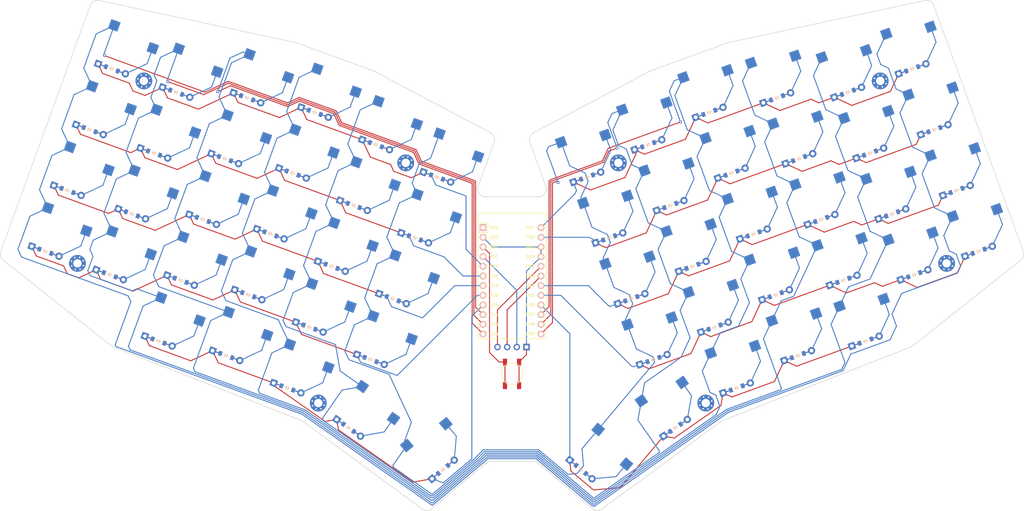
<source format=kicad_pcb>
(kicad_pcb (version 20241229) (generator "pcbnew") (generator_version "9.0")
  (title_block (title "EGKeyMasterPCB") (rev "v1.0.0") (company "Unknown"))
  (layers (0 "F.Cu" signal) (2 "B.Cu" signal) (13 "F.Paste" user) (15 "B.Paste" user) (5 "F.SilkS" user "F.Silkscreen") (7 "B.SilkS" user "B.Silkscreen") (1 "F.Mask" user) (3 "B.Mask" user) (25 "Edge.Cuts" user))
  (net 0 "")
  (net 1 "P14")
  (net 2 "outer_bottom")
  (net 3 "outer_home")
  (net 4 "outer_top")
  (net 5 "outer_num")
  (net 6 "P16")
  (net 7 "pinky_bottom")
  (net 8 "pinky_home")
  (net 9 "pinky_top")
  (net 10 "pinky_num")
  (net 11 "ring_mod")
  (net 12 "P10")
  (net 13 "ring_bottom")
  (net 14 "ring_home")
  (net 15 "ring_top")
  (net 16 "ring_num")
  (net 17 "middle_mod")
  (net 18 "P7")
  (net 19 "middle_bottom")
  (net 20 "middle_home")
  (net 21 "middle_top")
  (net 22 "middle_num")
  (net 23 "index_mod")
  (net 24 "P8")
  (net 25 "index_bottom")
  (net 26 "index_home")
  (net 27 "index_top")
  (net 28 "index_num")
  (net 29 "P9")
  (net 30 "inner_bottom")
  (net 31 "inner_home")
  (net 32 "inner_top")
  (net 33 "inner_num")
  (net 34 "layer_cluster")
  (net 35 "space_cluster")
  (net 36 "mirror_outer_bottom")
  (net 37 "mirror_outer_home")
  (net 38 "mirror_outer_top")
  (net 39 "mirror_outer_num")
  (net 40 "mirror_pinky_bottom")
  (net 41 "mirror_pinky_home")
  (net 42 "mirror_pinky_top")
  (net 43 "mirror_pinky_num")
  (net 44 "mirror_ring_mod")
  (net 45 "mirror_ring_bottom")
  (net 46 "mirror_ring_home")
  (net 47 "mirror_ring_top")
  (net 48 "mirror_ring_num")
  (net 49 "mirror_middle_mod")
  (net 50 "mirror_middle_bottom")
  (net 51 "mirror_middle_home")
  (net 52 "mirror_middle_top")
  (net 53 "mirror_middle_num")
  (net 54 "mirror_index_mod")
  (net 55 "mirror_index_bottom")
  (net 56 "mirror_index_home")
  (net 57 "mirror_index_top")
  (net 58 "mirror_index_num")
  (net 59 "mirror_inner_bottom")
  (net 60 "mirror_inner_home")
  (net 61 "mirror_inner_top")
  (net 62 "mirror_inner_num")
  (net 63 "mirror_layer_cluster")
  (net 64 "mirror_space_cluster")
  (net 65 "P18")
  (net 66 "P19")
  (net 67 "P20")
  (net 68 "P21")
  (net 69 "P15")
  (net 70 "P5")
  (net 71 "P4")
  (net 72 "P0")
  (net 73 "P1")
  (net 74 "P6")
  (net 75 "RAW")
  (net 76 "GND")
  (net 77 "RST")
  (net 78 "VCC")
  (net 79 "P2")
  (net 80 "P3")
  (footprint "E73:SW_TACT_ALPS_SKQGABE010" (layer "F.Cu") (at 181.723329 176.275926 -90)
    (property "Reference" "B1" (hide yes))
    (property "Value" "" (hide yes))
  )
  (footprint "ComboDiode" (layer "F.Cu") (at 281.575041 134.254217 20)
    (property "Reference" "D35" (hide yes))
    (property "Value" "" (hide yes))
  )
  (footprint "ComboDiode" (layer "F.Cu") (at 94.68185 151.686889 -20)
    (property "Reference" "D10" (hide yes))
    (property "Value" "" (hide yes))
  )
  (footprint "PG1350" (layer "F.Cu") (at 125.790156 118.846002 -20)
    (property "Reference" "S17" (hide yes))
    (property "Value" "" (hide yes))
  )
  (footprint "MountingHole_2.2mm_M2_Pad_Via" (layer "F.Cu") (at 295.880814 147.244777 20)
    (property "Reference" "_6" (hide yes))
    (property "Value" "")
  )
  (footprint "ComboDiode" (layer "F.Cu") (at 150.384544 156.530432 -20)
    (property "Reference" "D25" (hide yes))
    (property "Value" "" (hide yes))
  )
  (footprint "PG1350" (layer "F.Cu") (at 108.34713 166.770333 -20)
    (property "Reference" "S14" (hide yes))
    (property "Value" "" (hide yes))
  )
  (footprint "ComboDiode" (layer "F.Cu") (at 268.764809 151.686889 20)
    (property "Reference" "D39" (hide yes))
    (property "Value" "" (hide yes))
  )
  (footprint "ComboDiode" (layer "F.Cu") (at 257.136122 119.737341 20)
    (property "Reference" "D41" (hide yes))
    (property "Value" "" (hide yes))
  )
  (footprint "PG1350" (layer "F.Cu") (at 285.150717 91.44984 20)
    (property "Reference" "S33" (hide yes))
    (property "Value" "" (hide yes))
  )
  (footprint "PG1350" (layer "F.Cu") (at 141.849565 127.351605 -20)
    (property "Reference" "S22" (hide yes))
    (property "Value" "" (hide yes))
  )
  (footprint "PG1350" (layer "F.Cu") (at 255.099528 166.770334 20)
    (property "Reference" "S43" (hide yes))
    (property "Value" "" (hide yes))
  )
  (footprint "ComboDiode" (layer "F.Cu") (at 256.809636 171.468795 20)
    (property "Reference" "D43" (hide yes))
    (property "Value" "" (hide yes))
  )
  (footprint "PG1350" (layer "F.Cu") (at 272.869055 162.963202 20)
    (property "Reference" "S38" (hide yes))
    (property "Value" "" (hide yes))
  )
  (footprint "PG1350" (layer "F.Cu") (at 95.210411 97.606199 -20)
    (property "Reference" "S8" (hide yes))
    (property "Value" "" (hide yes))
  )
  (footprint "ComboDiode" (layer "F.Cu") (at 163.624151 201.382223 40)
    (property "Reference" "D29" (hide yes))
    (property "Value" "" (hide yes))
  )
  (footprint "PG1350" (layer "F.Cu") (at 124.406538 175.27593 -20)
    (property "Reference" "S19" (hide yes))
    (property "Value" "" (hide yes))
  )
  (footprint "MountingHole_2.2mm_M2_Pad_Via" (layer "F.Cu") (at 85.008872 99.320449 -20)
    (property "Reference" "_1" (hide yes))
    (property "Value" "")
  )
  (footprint "PG1350" (layer "F.Cu") (at 119.975804 134.820777 -20)
    (property "Reference" "S16" (hide yes))
    (property "Value" "" (hide yes))
  )
  (footprint "PG1350" (layer "F.Cu") (at 157.908987 135.857195 -20)
    (property "Reference" "S26" (hide yes))
    (property "Value" "" (hide yes))
  )
  (footprint "ComboDiode" (layer "F.Cu") (at 275.76069 118.279442 20)
    (property "Reference" "D36" (hide yes))
    (property "Value" "" (hide yes))
  )
  (footprint "ComboDiode" (layer "F.Cu") (at 124.080061 123.544466 -20)
    (property "Reference" "D17" (hide yes))
    (property "Value" "" (hide yes))
  )
  (footprint "ComboDiode" (layer "F.Cu") (at 118.265708 139.519245 -20)
    (property "Reference" "D16" (hide yes))
    (property "Value" "" (hide yes))
  )
  (footprint "ComboDiode" (layer "F.Cu") (at 156.198887 140.555659 -20)
    (property "Reference" "D26" (hide yes))
    (property "Value" "" (hide yes))
  )
  (footprint "ComboDiode" (layer "F.Cu") (at 140.139478 132.050066 -20)
    (property "Reference" "D22" (hide yes))
    (property "Value" "" (hide yes))
  )
  (footprint "ComboDiode" (layer "F.Cu") (at 59.142814 144.072619 -20)
    (property "Reference" "D1" (hide yes))
    (property "Value" "" (hide yes))
  )
  (footprint "ComboDiode" (layer "F.Cu") (at 304.303843 144.072623 20)
    (property "Reference" "D30" (hide yes))
    (property "Value" "" (hide yes))
  )
  (footprint "ComboDiode" (layer "F.Cu") (at 134.325127 148.024838 -20)
    (property "Reference" "D21" (hide yes))
    (property "Value" "" (hide yes))
  )
  (footprint "lib:OLED_headers" (layer "F.Cu") (at 175.723336 170.831975 90)
    (property "Reference" "OLED1" (hide yes))
    (property "Value" "OLED")
  )
  (footprint "ComboDiode" (layer "F.Cu") (at 229.121532 148.024843 20)
    (property "Reference" "D50" (hide yes))
    (property "Value" "" (hide yes))
  )
  (footprint "ComboDiode" (layer "F.Cu") (at 287.389381 150.228997 20)
    (property "Reference" "D34" (hide yes))
    (property "Value" "" (hide yes))
  )
  (footprint "ComboDiode" (layer "F.Cu") (at 269.946354 102.304671 20)
    (property "Reference" "D37" (hide yes))
    (property "Value" "" (hide yes))
  )
  (footprint "PG1350" (layer "F.Cu") (at 267.054709 146.988428 20)
    (property "Reference" "S39" (hide yes))
    (property "Value" "" (hide yes))
  )
  (footprint "ComboDiode" (layer "F.Cu") (at 64.957161 128.097849 -20)
    (property "Reference" "D2" (hide yes))
    (property "Value" "" (hide yes))
  )
  (footprint "ProMicro" (layer "F.Cu") (at 181.723327 151.831977 -90)
    (property "Reference" "MCU1" (hide yes))
    (property "Value" "" (hide yes))
  )
  (footprint "ComboDiode" (layer "F.Cu") (at 112.451368 155.494027 -20)
    (property "Reference" "D15" (hide yes))
    (property "Value" "" (hide yes))
  )
  (footprint "PG1350" (layer "F.Cu") (at 290.965055 107.424611 20)
    (property "Reference" "S32" (hide yes))
    (property "Value" "" (hide yes))
  )
  (footprint "ComboDiode" (layer "F.Cu") (at 70.771498 112.123076 -20)
    (property "Reference" "D3" (hide yes))
    (property "Value" "" (hide yes))
  )
  (footprint "MountingHole_2.2mm_M2_Pad_Via" (layer "F.Cu") (at 130.828764 183.945267 -20)
    (property "Reference" "_4" (hide yes))
    (property "Value" "")
  )
  (footprint "PG1350" (layer "F.Cu") (at 274.050591 113.580976 20)
    (property "Reference" "S36" (hide yes))
    (property "Value" "" (hide yes))
  )
  (footprint "PG1350" (layer "F.Cu") (at 114.161466 150.795558 -20)
    (property "Reference" "S15" (hide yes))
    (property "Value" "" (hide yes))
  )
  (footprint "PG1350" (layer "F.Cu") (at 78.295942 91.449836 -20)
    (property "Reference" "S4" (hide yes))
    (property "Value" "" (hide yes))
  )
  (footprint "ComboDiode" (layer "F.Cu") (at 292.675162 112.123077 20)
    (property "Reference" "D32" (hide yes))
    (property "Value" "" (hide yes))
  )
  (footprint "PG1350" (layer "F.Cu") (at 215.782749 111.376826 20)
    (property "Reference" "S52" (hide yes))
    (property "Value" "" (hide yes))
  )
  (footprint "PG1350" (layer "F.Cu") (at 96.391945 146.988429 -20)
    (property "Reference" "S10" (hide yes))
    (property "Value" "" (hide yes))
  )
  (footprint "PG1350" (layer "F.Cu") (at 227.411429 143.326379 20)
    (property "Reference" "S50" (hide yes))
    (property "Value" "" (hide yes))
  )
  (footprint "PG1350" (layer "F.Cu") (at 199.72333 119.882427 20)
    (property "Reference" "S56" (hide yes))
    (property "Value" "" (hide yes))
  )
  (footprint "PG1350" (layer "F.Cu") (at 89.396068 113.580969 -20)
    (property "Reference" "S7" (hide yes))
    (property "Value" "" (hide yes))
  )
  (footprint "PG1350" (layer "F.Cu") (at 90.577607 162.963201 -20)
    (property "Reference" "S9" (hide yes))
    (property "Value" "" (hide yes))
  )
  (footprint "ComboDiode" (layer "F.Cu") (at 106.31053 119.737339 -20)
    (property "Reference" "D12" (hide yes))
    (property "Value" "" (hide yes))
  )
  (footprint "ComboDiode" (layer "F.Cu") (at 122.696451 179.974392 -20)
    (property "Reference" "D19" (hide yes))
    (property "Value" "" (hide yes))
  )
  (footprint "PG1350" (layer "F.Cu") (at 130.220886 159.301155 -20)
    (property "Reference" "S20" (hide yes))
    (property "Value" "" (hide yes))
  )
  (footprint "ComboDiode" (layer "F.Cu") (at 274.579153 167.661661 20)
    (property "Reference" "D38" (hide yes))
    (property "Value" "" (hide yes))
  )
  (footprint "PG1350" (layer "F.Cu") (at 205.537675 135.857192 20)
    (property "Reference" "S55" (hide yes))
    (property "Value" "" (hide yes))
  )
  (footprint "ComboDiode" (layer "F.Cu") (at 262.950469 135.712118 20)
    (property "Reference" "D40" (hide yes))
    (property "Value" "" (hide yes))
  )
  (footprint "ComboDiode" (layer "F.Cu") (at 201.433431 124.580888 20)
    (property "Reference" "D56" (hide yes))
    (property "Value" "" (hide yes))
  )
  (footprint "PG1350" (layer "F.Cu") (at 102.206291 131.01365 -20)
    (property "Reference" "S11" (hide yes))
    (property "Value" "" (hide yes))
  )
  (footprint "ComboDiode" (layer "F.Cu") (at 286.860821 96.148296 20)
    (property "Reference" "D33" (hide yes))
    (property "Value" "" (hide yes))
  )
  (footprint "ComboDiode" (layer "F.Cu") (at 239.366607 123.544469 20)
    (property "Reference" "D46" (hide yes))
    (property "Value" "" (hide yes))
  )
  (footprint "ComboDiode" (layer "F.Cu") (at 233.552271 107.56969 20)
    (property "Reference" "D47" (hide yes))
    (property "Value" "" (hide yes))
  )
  (footprint "ComboDiode" (layer "F.Cu") (at 128.510778 163.999613 -20)
    (property "Reference" "D20" (hide yes))
    (property "Value" "" (hide yes))
  )
  (footprint "ComboDiode" (layer "F.Cu") (at 298.489495 128.097844 20)
    (property "Reference" "D31" (hide yes))
    (property "Value" "" (hide yes))
  )
  (footprint "ComboDiode" (layer "F.Cu") (at 245.180953 139.519246 20)
    (property "Reference" "D45" (hide yes))
    (property "Value" "" (hide yes))
  )
  (footprint "ComboDiode" (layer "F.Cu") (at 129.894396 107.569701 -20)
    (property "Reference" "D18" (hide yes))
    (property "Value" "" (hide yes))
  )
  (footprint "PG1350" (layer "F.Cu") (at 268.23625 97.606201 20)
    (property "Reference" "S37" (hide yes))
    (property "Value" "" (hide yes))
  )
  (footprint "PG1350" (layer "F.Cu") (at 152.094646 151.831973 -20)
    (property "Reference" "S25" (hide yes))
    (property "Value" "" (hide yes))
  )
  (footprint "PG1350" (layer "F.Cu") (at 249.611679 99.064095 20)
    (property "Reference" "S42" (hide yes))
    (property "Value" "" (hide yes))
  )
  (footprint "PG1350" (layer "F.Cu") (at 160.410209 197.551993 40)
    (property "Reference" "S29" (hide yes))
    (property "Value" "" (hide yes))
  )
  (footprint "ComboDiode" (layer "F.Cu") (at 251.321787 103.762564 20)
    (property "Reference" "D42" (hide yes))
    (property "Value" "" (hide yes))
  )
  (footprint "PG1350" (layer "F.Cu") (at 146.280303 167.80674 -20)
    (property "Reference" "S24" (hide yes))
    (property "Value" "" (hide yes))
  )
  (footprint "PG1350" (layer "F.Cu") (at 231.842161 102.871228 20)
    (property "Reference" "S47" (hide yes))
    (property "Value" "" (hide yes))
  )
  (footprint "PG1350" (layer "F.Cu") (at 77.767383 145.530523 -20)
    (property "Reference" "S5" (hide yes))
    (property "Value" "" (hide yes))
  )
  (footprint "PG1350" (layer "F.Cu") (at 239.040111 175.275925 20)
    (property "Reference" "S48" (hide yes))
    (property "Value" "" (hide yes))
  )
  (footprint "ComboDiode" (layer "F.Cu") (at 199.822503 201.38222 -40)
    (property "Reference" "D58" (hide yes))
    (property "Value" "" (hide yes))
  )
  (footprint "PG1350" (layer "F.Cu") (at 203.036442 197.552001 -40)
    (property "Reference" "S58" (hide yes))
    (property "Value" "" (hide yes))
  )
  (footprint "PG1350" (layer "F.Cu") (at 261.24036 131.013653 20)
    (property "Reference" "S40" (hide yes))
    (property "Value" "" (hide yes))
  )
  (footprint "PG1350" (layer "F.Cu") (at 113.834975 99.064095 -20)
    (property "Reference" "S13" (hide yes))
    (property "Value" "" (hide yes))
  )
  (footprint "PG1350" (layer "F.Cu") (at 136.035226 143.326376 -20)
    (property "Reference" "S21" (hide yes))
    (property "Value" "" (hide yes))
  )
  (footprint "PG1350" (layer "F.Cu") (at 60.852909 139.374164 -20)
    (property "Reference" "S1" (hide yes))
    (property "Value" "" (hide yes))
  )
  (footprint "ComboDiode" (layer "F.Cu") (at 100.496192 135.712118 -20)
    (property "Reference" "D11" (hide yes))
    (property "Value" "" (hide yes))
  )
  (footprint "MountingHole_2.2mm_M2_Pad_Via" (layer "F.Cu") (at 278.43778 99.320453 20)
    (property "Reference" "_5" (hide yes))
    (property "Value" "")
  )
  (footprint "ComboDiode" (layer "F.Cu") (at 144.570202 172.505203 -20)
    (property "Reference" "D24" (hide yes))
    (property "Value" "" (hide yes))
  )
  (footprint "ComboDiode" (layer "F.Cu") (at 250.995287 155.494019 20)
    (property "Reference" "D44" (hide yes))
    (property "Value" "" (hide yes))
  )
  (footprint "ComboDiode" (layer "F.Cu") (at 76.057284 150.228995 -20)
    (property "Reference" "D5" (hide yes))
    (property "Value" "" (hide yes))
  )
  (footprint "PG1350" (layer "F.Cu") (at 302.593741 139.374165 20)
    (property "Reference" "S30" (hide yes))
    (property "Value" "" (hide yes))
  )
  (footprint "ComboDiode" (layer "F.Cu") (at 87.68597 118.279444 -20)
    (property "Reference" "D7" (hide yes))
    (property "Value" "" (hide yes))
  )
  (footprint "PG1350" (layer "F.Cu") (at 66.667258 123.399394 -20)
    (property "Reference" "S2" (hide yes))
    (property "Value" "" (hide yes))
  )
  (footprint "PG1350" (layer "F.Cu") (at 255.426022 115.038878 20)
    (property "Reference" "S41" (hide yes))
    (property "Value" "" (hide yes))
  )
  (footprint "PG1350" (layer "F.Cu") (at 243.470847 134.820778 20)
    (property "Reference" "S45" (hide yes))
    (property "Value" "" (hide yes))
  )
  (footprint "MountingHole_2.2mm_M2_Pad_Via" (layer "F.Cu") (at 153.79541 120.844915 -20)
    (property "Reference" "_3" (hide yes))
    (property "Value" "")
  )
  (footprint "PG1350" (layer "F.Cu") (at 163.723326 119.88241 -20)
    (property "Reference" "S27" (hide yes))
    (property "Value" "" (hide yes))
  )
  (footprint "PG1350" (layer "F.Cu") (at 233.225776 159.301147 20)
    (property "Reference" "S49" (hide yes))
    (property "Value" "" (hide yes))
  )
  (footprint "ComboDiode" (layer "F.Cu") (at 213.062117 156.530435 20)
    (property "Reference" "D54" (hide yes))
    (property "Value" "" (hide yes))
  )
  (footprint "PG1350" (layer "F.Cu") (at 221.597083 127.351599 20)
    (property "Reference" "S51" (hide yes))
    (property "Value" "" (hide yes))
  )
  (footprint "ComboDiode" (layer "F.Cu") (at 234.935876 163.999617 20)
    (property "Reference" "D49" (hide yes))
    (property "Value" "" (hide yes))
  )
  (footprint "PG1350" (layer "F.Cu") (at 83.581726 129.555749 -20)
    (property "Reference" "S6" (hide yes))
    (property "Value" "" (hide yes))
  )
  (footprint "PG1350" (layer "F.Cu") (at 217.166356 167.806738 20)
    (property "Reference" "S53" (hide yes))
    (property "Value" "" (hide yes))
  )
  (footprint "ComboDiode" (layer "F.Cu") (at 218.876455 172.505213 20)
    (property "Reference" "D53" (hide yes))
    (property "Value" "" (hide yes))
  )
  (footprint "ComboDiode" (layer "F.Cu") (at 145.953808 116.075291 -20)
    (property "Reference" "D23" (hide yes))
    (property "Value" "" (hide yes))
  )
  (footprint "ComboDiode" (layer "F.Cu") (at 76.58584 96.148304 -20)
    (property "Reference" "D4" (hide yes))
    (property "Value" "" (hide yes))
  )
  (footprint "ComboDiode" (layer "F.Cu") (at 217.492846 116.075291 20)
    (property "Reference" "D52" (hide yes))
    (property "Value" "" (hide yes))
  )
  (footprint "ComboDiode" (layer "F.Cu") (at 207.24778 140.555653 20)
    (property "Reference" "D55" (hide yes))
    (property "Value" "" (hide yes))
  )
  (footprint "ComboDiode" (layer "F.Cu") (at 112.124876 103.762563 -20)
    (property "Reference" "D13" (hide yes))
    (property "Value" "" (hide yes))
  )
  (footprint "PG1350" (layer "F.Cu") (at 211.352013 151.831963 20)
    (property "Reference" "S54" (hide yes))
    (property "Value" "" (hide yes))
  )
  (footprint "PG1350" (layer "F.Cu") (at 147.663909 111.376826 -20)
    (property "Reference" "S23" (hide yes))
    (property "Value" "" (hide yes))
  )
  (footprint "MountingHole_2.2mm_M2_Pad_Via" (layer "F.Cu") (at 67.565852 147.244777 -20)
    (property "Reference" "_2" (hide yes))
    (property "Value" "")
  )
  (footprint "PG1350" (layer "F.Cu") (at 221.785357 186.344938 35)
    (property "Reference" "S57" (hide yes))
    (property "Value" "" (hide yes))
  )
  (footprint "ComboDiode" (layer "F.Cu") (at 106.637025 171.46879 -20)
    (property "Reference" "D14" (hide yes))
    (property "Value" "" (hide yes))
  )
  (footprint "ComboDiode" (layer "F.Cu") (at 240.750211 179.974382 20)
    (property "Reference" "D48" (hide yes))
    (property "Value" "" (hide yes))
  )
  (footprint "ComboDiode" (layer "F.Cu") (at 224.653235 190.440703 35)
    (property "Reference" "D57" (hide yes))
    (property "Value" "" (hide yes))
  )
  (footprint "PG1350" (layer "F.Cu") (at 108.020643 115.038874 -20)
    (property "Reference" "S12" (hide yes))
    (property "Value" "" (hide yes))
  )
  (footprint "MountingHole_2.2mm_M2_Pad_Via" (layer "F.Cu") (at 209.651255 120.84492 20)
    (property "Reference" "_7" (hide yes))
    (property "Value" "")
  )
  (footprint "PG1350" (layer "F.Cu") (at 285.679272 145.530525 20)
    (property "Reference" "S34" (hide yes))
    (property "Value" "" (hide yes))
  )
  (footprint "PG1350" (layer "F.Cu") (at 141.661303 186.344937 -35)
    (property "Reference" "S28" (hide yes))
    (property "Value" "" (hide yes))
  )
  (footprint "ComboDiode" (layer "F.Cu") (at 81.87163 134.254211 -20)
    (property "Reference" "D6" (hide yes))
    (property "Value" "" (hide yes))
  )
  (footprint "PG1350" (layer "F.Cu") (at 279.864937 129.555752 20)
    (property "Reference" "S35" (hide yes))
    (property "Value" "" (hide yes))
  )
  (footprint "PG1350" (layer "F.Cu") (at 249.285191 150.795555 20)
    (property "Reference" "S44" (hide yes))
    (property "Value" "" (hide yes))
  )
  (footprint "PG1350" (layer "F.Cu") (at 296.779401 123.399393 20)
    (property "Reference" "S31" (hide yes))
    (property "Value" "" (hide yes))
  )
  (footprint "ComboDiode" (layer "F.Cu") (at 223.307189 132.05006 20)
    (property "Reference" "D51" (hide yes))
    (property "Value" "" (hide yes))
  )
  (footprint "PG1350" (layer "F.Cu") (at 131.604494 102.871228 -20)
    (property "Reference" "S18" (hide yes))
    (property "Value" "" (hide yes))
  )
  (footprint "MountingHole_2.2mm_M2_Pad_Via" (layer "F.Cu") (at 232.617902 183.94528 20)
    (property "Reference" "_8" (hide yes))
    (property "Value" "")
  )
  (footprint "ComboDiode" (layer "F.Cu") (at 162.013227 124.580885 -20)
    (property "Reference" "D27" (hide yes))
    (property "Value" "" (hide yes))
  )
  (footprint "ComboDiode" (layer "F.Cu") (at 138.793422 190.440702 -35)
    (property "Reference" "D28" (hide yes))
    (property "Value" "" (hide yes))
  )
  (footprint "ComboDiode" (layer "F.Cu") (at 88.867506 167.661658 -20)
    (property "Reference" "D9" (hide yes))
    (property "Value" "" (hide yes))
  )
  (footprint "PG1350" (layer "F.Cu") (at 72.481605 107.424612 -20)
    (property "Reference" "S3" (hide yes))
    (property "Value" "" (hide yes))
  )
  (footprint "ComboDiode" (layer "F.Cu") (at 93.500306 102.304669 -20)
    (property "Reference" "D8" (hide yes))
    (property "Value" "" (hide yes))
  )
  (footprint "PG1350" (layer "F.Cu") (at 237.656512 118.846007 20)
    (property "Reference" "S46" (hide yes))
    (property "Value" "" (hide yes))
  )
  (gr_line (start 174.966711 199.697116) (end 160.640646 211.718121) (stroke (width 0.15)) (layer "Edge.Cuts"))
  (gr_arc (start 176.112253 112.962811) (mid 177.042741 114.011984) (end 177.055558 115.414271) (stroke (width 0.15)) (layer "Edge.Cuts"))
  (gr_line (start 202.806015 211.718124) (end 188.479948 199.697128) (stroke (width 0.15)) (layer "Edge.Cuts"))
  (gr_arc (start 160.640647 211.718131) (mid 159.419827 212.185011) (end 158.171353 211.798121) (stroke (width 0.15)) (layer "Edge.Cuts"))
  (gr_line (start 218.044214 96.719403) (end 238.457671 89.289505) (stroke (width 0.15)) (layer "Edge.Cuts"))
  (gr_line (start 73.253314 78.185666) (end 124.723937 89.213274) (stroke (width 0.15)) (layer "Edge.Cuts"))
  (gr_arc (start 70.954938 79.457245) (mid 71.866108 78.391224) (end 73.253314 78.185666) (stroke (width 0.15)) (layer "Edge.Cuts"))
  (gr_line (start 145.654474 96.831378) (end 176.11225 112.962813) (stroke (width 0.15)) (layer "Edge.Cuts"))
  (gr_line (start 126.38445 188.541316) (end 76.928968 169.177074) (stroke (width 0.15)) (layer "Edge.Cuts"))
  (gr_line (start 124.988982 89.289516) (end 145.402435 96.719401) (stroke (width 0.15)) (layer "Edge.Cuts"))
  (gr_arc (start 290.193352 78.185664) (mid 291.580522 78.39128) (end 292.491722 79.457247) (stroke (width 0.15)) (layer "Edge.Cuts"))
  (gr_arc (start 287.031741 168.881369) (mid 286.785735 169.048378) (end 286.517688 169.17707) (stroke (width 0.15)) (layer "Edge.Cuts"))
  (gr_arc (start 145.402435 96.719401) (mid 145.530389 96.771035) (end 145.654474 96.831378) (stroke (width 0.15)) (layer "Edge.Cuts"))
  (gr_line (start 187.334407 112.962814) (end 217.792182 96.831372) (stroke (width 0.15)) (layer "Edge.Cuts"))
  (gr_line (start 174.693111 129.752644) (end 188.753543 129.752647) (stroke (width 0.15)) (layer "Edge.Cuts"))
  (gr_arc (start 174.693111 129.752644) (mid 173.054846 128.899777) (end 172.81373 127.068606) (stroke (width 0.15)) (layer "Edge.Cuts"))
  (gr_arc (start 190.632934 127.068602) (mid 190.391864 128.899798) (end 188.753543 129.752647) (stroke (width 0.15)) (layer "Edge.Cuts"))
  (gr_arc (start 316.028549 144.124129) (mid 316.073749 145.352135) (end 315.392407 146.374798) (stroke (width 0.15)) (layer "Edge.Cuts"))
  (gr_arc (start 126.38445 188.541316) (mid 126.619863 188.651635) (end 126.838979 188.791557) (stroke (width 0.15)) (layer "Edge.Cuts"))
  (gr_line (start 292.491722 79.457247) (end 316.028549 144.124129) (stroke (width 0.15)) (layer "Edge.Cuts"))
  (gr_line (start 76.414915 168.881359) (end 48.054249 146.374797) (stroke (width 0.15)) (layer "Edge.Cuts"))
  (gr_arc (start 236.607688 188.791548) (mid 236.826798 188.65162) (end 237.062212 188.541306) (stroke (width 0.15)) (layer "Edge.Cuts"))
  (gr_line (start 47.418115 144.124138) (end 70.954937 79.457244) (stroke (width 0.15)) (layer "Edge.Cuts"))
  (gr_arc (start 124.723937 89.213274) (mid 124.857776 89.246818) (end 124.988982 89.289516) (stroke (width 0.15)) (layer "Edge.Cuts"))
  (gr_arc (start 174.966711 199.697116) (mid 175.568246 199.349815) (end 176.252287 199.229217) (stroke (width 0.15)) (layer "Edge.Cuts"))
  (gr_line (start 236.607688 188.791548) (end 205.275309 211.798125) (stroke (width 0.15)) (layer "Edge.Cuts"))
  (gr_line (start 187.194378 199.229211) (end 176.252287 199.229217) (stroke (width 0.15)) (layer "Edge.Cuts"))
  (gr_arc (start 186.391098 115.414269) (mid 186.403958 114.012011) (end 187.334407 112.962814) (stroke (width 0.15)) (layer "Edge.Cuts"))
  (gr_arc (start 217.792182 96.831372) (mid 217.916267 96.771041) (end 218.044214 96.719403) (stroke (width 0.15)) (layer "Edge.Cuts"))
  (gr_arc (start 76.928968 169.177074) (mid 76.660915 169.048384) (end 76.414915 168.881359) (stroke (width 0.15)) (layer "Edge.Cuts"))
  (gr_arc (start 187.194378 199.229211) (mid 187.878421 199.349825) (end 188.479948 199.697128) (stroke (width 0.15)) (layer "Edge.Cuts"))
  (gr_line (start 238.722721 89.213282) (end 290.19335 78.185669) (stroke (width 0.15)) (layer "Edge.Cuts"))
  (gr_arc (start 238.457671 89.289505) (mid 238.58888 89.246815) (end 238.722721 89.213282) (stroke (width 0.15)) (layer "Edge.Cuts"))
  (gr_arc (start 48.054249 146.374797) (mid 47.372915 145.352144) (end 47.418115 144.124138) (stroke (width 0.15)) (layer "Edge.Cuts"))
  (gr_line (start 286.517688 169.17707) (end 237.062212 188.541306) (stroke (width 0.15)) (layer "Edge.Cuts"))
  (gr_line (start 190.632934 127.068602) (end 186.391098 115.414269) (stroke (width 0.15)) (layer "Edge.Cuts"))
  (gr_line (start 158.171353 211.798121) (end 126.838979 188.791557) (stroke (width 0.15)) (layer "Edge.Cuts"))
  (gr_line (start 315.392407 146.374798) (end 287.031745 168.881367) (stroke (width 0.15)) (layer "Edge.Cuts"))
  (gr_arc (start 205.275303 211.79812) (mid 204.026828 212.184963) (end 202.806015 211.718124) (stroke (width 0.15)) (layer "Edge.Cuts"))
  (gr_line (start 177.055558 115.414271) (end 172.81373 127.068606) (stroke (width 0.15)) (layer "Edge.Cuts"))
  (segment (start 157.874808 120.291657) (end 156.521916 117.390365) (width 0.25) (layer "F.Cu") (net 1))
  (segment (start 125.820227 103.661837) (end 123.816136 104.596362) (width 0.25) (layer "F.Cu") (net 1))
  (segment (start 156.521916 117.390365) (end 156.171607 117.262863) (width 0.25) (layer "F.Cu") (net 1))
  (segment (start 136.715485 109.717015) (end 135.541898 107.200235) (width 0.25) (layer "F.Cu") (net 1))
  (segment (start 126.546412 103.926149) (end 125.820227 103.661837) (width 0.25) (layer "F.Cu") (net 1))
  (segment (start 152.882685 116.065793) (end 152.788715 116.031591) (width 0.25) (layer "F.Cu") (net 1))
  (segment (start 123.816136 104.596362) (end 122.744115 105.096253) (width 0.25) (layer "F.Cu") (net 1))
  (segment (start 101.059243 102.285051) (end 74.782049 92.72094) (width 0.25) (layer "F.Cu") (net 1))
  (segment (start 109.656822 100.332868) (end 109.374915 100.230262) (width 0.25) (layer "F.Cu") (net 1))
  (segment (start 172.159926 125.926572) (end 171.979647 125.539956) (width 0.25) (layer "F.Cu") (net 1))
  (segment (start 174.10333 160.721977) (end 172.159929 158.778576) (width 0.25) (layer "F.Cu") (net 1))
  (segment (start 157.93915 120.429632) (end 157.874808 120.291657) (width 0.25) (layer "F.Cu") (net 1))
  (segment (start 152.788715 116.031591) (end 136.976307 110.276347) (width 0.25) (layer "F.Cu") (net 1))
  (segment (start 122.342673 104.950137) (end 109.656822 100.332868) (width 0.25) (layer "F.Cu") (net 1))
  (segment (start 103.742122 101.034007) (end 101.059243 102.285051) (width 0.25) (layer "F.Cu") (net 1))
  (segment (start 74.737224 92.62481) (end 74.690239 92.607708) (width 0.25) (layer "F.Cu") (net 1))
  (segment (start 156.171607 117.262863) (end 152.882685 116.065793) (width 0.25) (layer "F.Cu") (net 1))
  (segment (start 134.439832 106.799119) (end 126.546412 103.926149) (width 0.25) (layer "F.Cu") (net 1))
  (segment (start 122.744115 105.096253) (end 122.342673 104.950137) (width 0.25) (layer "F.Cu") (net 1))
  (segment (start 74.782049 92.72094) (end 74.737224 92.62481) (width 0.25) (layer "F.Cu") (net 1))
  (segment (start 170.395673 124.963434) (end 157.93915 120.429632) (width 0.25) (layer "F.Cu") (net 1))
  (segment (start 109.374915 100.230262) (end 107.179421 99.431165) (width 0.25) (layer "F.Cu") (net 1))
  (segment (start 171.979647 125.539956) (end 170.395673 124.963434) (width 0.25) (layer "F.Cu") (net 1))
  (segment (start 172.159929 158.778576) (end 172.159926 125.926572) (width 0.25) (layer "F.Cu") (net 1))
  (segment (start 135.541898 107.200235) (end 134.439832 106.799119) (width 0.25) (layer "F.Cu") (net 1))
  (segment (start 136.976307 110.276347) (end 136.715485 109.717015) (width 0.25) (layer "F.Cu") (net 1))
  (segment (start 107.179421 99.431165) (end 103.742122 101.034007) (width 0.25) (layer "F.Cu") (net 1))
  (via (at 74.690239 92.607708) (size 0.8) (drill 0.4) (layers "F.Cu" "B.Cu") (net 1))
  (segment (start 299.560952 148.017169) (end 298.72421 149.811567) (width 0.25) (layer "B.Cu") (net 1))
  (segment (start 203.371563 211.034344) (end 202.754471 210.925532) (width 0.25) (layer "B.Cu") (net 1))
  (segment (start 291.666889 118.928335) (end 286.884856 116.698434) (width 0.25) (layer "B.Cu") (net 1))
  (segment (start 81.602217 157.325558) (end 77.497973 168.601867) (width 0.25) (layer "B.Cu") (net 1))
  (segment (start 281.044166 167.314028) (end 270.707546 171.076247) (width 0.25) (layer "B.Cu") (net 1))
  (segment (start 297.481224 134.903108) (end 295.131797 139.94149) (width 0.25) (layer "B.Cu") (net 1))
  (segment (start 295.988052 142.294029) (end 296.603686 143.985474) (width 0.25) (layer "B.Cu") (net 1))
  (segment (start 69.218092 95.950298) (end 72.490448 86.959591) (width 0.25) (layer "B.Cu") (net 1))
  (segment (start 238.559808 186.395273) (end 203.371563 211.034344) (width 0.25) (layer "B.Cu") (net 1))
  (segment (start 292.699195 132.673215) (end 289.436987 123.710371) (width 0.25) (layer "B.Cu") (net 1))
  (segment (start 298.398084 144.822214) (end 299.560952 148.017169) (width 0.25) (layer "B.Cu") (net 1))
  (segment (start 283.622645 107.735585) (end 285.852543 102.953556) (width 0.25) (layer "B.Cu") (net 1))
  (segment (start 52.88217 145.595299) (end 80.885013 155.787503) (width 0.25) (layer "B.Cu") (net 1))
  (segment (start 126.601061 186.8996) (end 160.718166 210.78866) (width 0.25) (layer "B.Cu") (net 1))
  (segment (start 281.554782 160.530277) (end 282.717648 163.725228) (width 0.25) (layer "B.Cu") (net 1))
  (segment (start 262.473485 177.691403) (end 238.559808 186.395273) (width 0.25) (layer "B.Cu") (net 1))
  (segment (start 188.178367 198.694735) (end 188.002392 198.547075) (width 0.25) (layer "B.Cu") (net 1))
  (segment (start 71.439125 100.713322) (end 69.218092 95.950298) (width 0.25) (layer "B.Cu") (net 1))
  (segment (start 175.43765 198.537846) (end 175.524454 198.545442) (width 0.25) (layer "B.Cu") (net 1))
  (segment (start 80.885013 155.787503) (end 81.602217 157.325558) (width 0.25) (layer "B.Cu") (net 1))
  (segment (start 77.253469 85.253469) (end 77.4 85.4) (width 0.2) (layer "B.Cu") (net 1))
  (segment (start 160.826414 210.79812) (end 175.43765 198.537846) (width 0.25) (layer "B.Cu") (net 1))
  (segment (start 282.608565 101.440864) (end 280.613034 95.958194) (width 0.25) (layer "B.Cu") (net 1))
  (segment (start 295.131797 139.94149) (end 295.988052 142.294029) (width 0.25) (layer "B.Cu") (net 1))
  (segment (start 289.436987 123.710371) (end 291.666889 118.928335) (width 0.25) (layer "B.Cu") (net 1))
  (segment (start 66.676105 102.934369) (end 71.439125 100.713322) (width 0.25) (layer "B.Cu") (net 1))
  (segment (start 160.718166 210.78866) (end 160.826414 210.79812) (width 0.25) (layer "B.Cu") (net 1))
  (segment (start 57.589416 127.899855) (end 60.861758 118.909143) (width 0.25) (layer "B.Cu") (net 1))
  (segment (start 77.253469 84.738549) (end 77.253469 85.253469) (width 0.2) (layer "B.Cu") (net 1))
  (segment (start 188.000443 198.545441) (end 188.178367 198.694735) (width 0.25) (layer "B.Cu") (net 1))
  (segment (start 270.707546 171.076247) (end 268.675463 175.43407) (width 0.25) (layer "B.Cu") (net 1))
  (segment (start 59.810441 132.662873) (end 57.589416 127.899855) (width 0.25) (layer "B.Cu") (net 1))
  (segment (start 286.884856 116.698434) (end 283.622645 107.735585) (width 0.25) (layer "B.Cu") (net 1))
  (segment (start 297.481224 134.903108) (end 292.699195 132.673215) (width 0.25) (layer "B.Cu") (net 1))
  (segment (start 65.62479 116.688103) (end 63.403748 111.925078) (width 0.25) (layer "B.Cu") (net 1))
  (segment (start 175.524454 198.545442) (end 188.000443 198.545441) (width 0.25) (layer "B.Cu") (net 1))
  (segment (start 63.403748 111.925078) (end 66.676105 102.934369) (width 0.25) (layer "B.Cu") (net 1))
  (segment (start 51.925895 143.544558) (end 52.88217 145.595299) (width 0.25) (layer "B.Cu") (net 1))
  (segment (start 202.754471 210.925532) (end 188.178367 198.694735) (width 0.25) (layer "B.Cu") (net 1))
  (segment (start 72.490448 86.959591) (end 77.253471 84.738554) (width 0.25) (layer "B.Cu") (net 1))
  (segment (start 74.690239 92.607708) (end 74.521241 92.245291) (width 0.25) (layer "B.Cu") (net 1))
  (segment (start 77.497973 168.601867) (end 77.737045 169.114552) (width 0.25) (layer "B.Cu") (net 1))
  (segment (start 278.562292 95.001916) (end 277.569236 92.27351) (width 0.25) (layer "B.Cu") (net 1))
  (segment (start 268.675463 175.43407) (end 266.796072 176.118116) (width 0.25) (layer "B.Cu") (net 1))
  (segment (start 285.852543 102.953556) (end 282.608565 101.440864) (width 0.25) (layer "B.Cu") (net 1))
  (segment (start 60.861758 118.909143) (end 65.62479 116.688103) (width 0.25) (layer "B.Cu") (net 1))
  (segment (start 284.065 155.147083) (end 281.554782 160.530277) (width 0.25) (layer "B.Cu") (net 1))
  (segment (start 54.38844 136.778771) (end 51.925895 143.544558) (width 0.25) (layer "B.Cu") (net 1))
  (segment (start 266.796072 176.118116) (end 262.473485 177.691403) (width 0.25) (layer "B.Cu") (net 1))
  (segment (start 59.810439 132.662883) (end 55.084391 134.866673) (width 0.25) (layer "B.Cu") (net 1))
  (segment (start 298.72421 149.811567) (end 284.065 155.147083) (width 0.25) (layer "B.Cu") (net 1))
  (segment (start 296.603686 143.985474) (end 298.398084 144.822214) (width 0.25) (layer "B.Cu") (net 1))
  (segment (start 74.521241 92.245291) (end 77.253471 84.738549) (width 0.25) (layer "B.Cu") (net 1))
  (segment (start 282.717648 163.725228) (end 281.044166 167.314028) (width 0.25) (layer "B.Cu") (net 1))
  (segment (start 77.737045 169.114552) (end 126.601061 186.8996) (width 0.25) (layer "B.Cu") (net 1))
  (segment (start 55.084391 134.866673) (end 54.38844 136.778771) (width 0.25) (layer "B.Cu") (net 1))
  (segment (start 280.613034 95.958194) (end 278.562292 95.001916) (width 0.25) (layer "B.Cu") (net 1))
  (segment (start 277.569236 92.27351) (end 280.0382 86.978786) (width 0.25) (layer "B.Cu") (net 1))
  (segment (start 60.693307 144.636962) (end 62.723042 145.375725) (width 0.25) (layer "F.Cu") (net 2))
  (segment (start 62.723042 145.375725) (end 60.693307 144.636962) (width 0.25) (layer "B.Cu") (net 2))
  (segment (start 68.445888 142.707115) (end 69.911452 138.680535) (width 0.25) (layer "B.Cu") (net 2))
  (segment (start 62.723042 145.375725) (end 68.445888 142.707115) (width 0.25) (layer "B.Cu") (net 2))
  (segment (start 68.537385 129.400951) (end 66.507647 128.662182) (width 0.25) (layer "F.Cu") (net 3))
  (segment (start 75.725791 122.705762) (end 74.26024 126.732334) (width 0.25) (layer "B.Cu") (net 3))
  (segment (start 66.507654 128.662182) (end 68.537389 129.400947) (width 0.25) (layer "B.Cu") (net 3))
  (segment (start 74.26024 126.732334) (end 68.537385 129.400951) (width 0.25) (layer "B.Cu") (net 3))
  (segment (start 72.321997 112.687402) (end 74.351725 113.426178) (width 0.25) (layer "F.Cu") (net 4))
  (segment (start 80.07458 110.757565) (end 74.351725 113.426178) (width 0.25) (layer "B.Cu") (net 4))
  (segment (start 81.540136 106.730988) (end 80.07458 110.757565) (width 0.25) (layer "B.Cu") (net 4))
  (segment (start 74.351725 113.426178) (end 72.321997 112.687402) (width 0.25) (layer "B.Cu") (net 4))
  (segment (start 80.16607 97.451402) (end 78.136332 96.712634) (width 0.25) (layer "F.Cu") (net 5))
  (segment (start 85.888923 94.782796) (end 87.354472 90.756211) (width 0.25) (layer "B.Cu") (net 5))
  (segment (start 78.136332 96.712634) (end 80.16607 97.451402) (width 0.25) (layer "B.Cu") (net 5))
  (segment (start 80.16607 97.451402) (end 85.888923 94.782796) (width 0.25) (layer "B.Cu") (net 5))
  (segment (start 107.200658 99.91778) (end 102.778756 101.979747) (width 0.25) (layer "F.Cu") (net 6))
  (segment (start 152.446869 116.386049) (end 136.647248 110.635459) (width 0.25) (layer "F.Cu") (net 6))
  (segment (start 102.778756 101.979747) (end 100.728017 102.936025) (width 0.25) (layer "F.Cu") (net 6))
  (segment (start 157.610086 120.788745) (end 157.407206 120.353664) (width 0.25) (layer "F.Cu") (net 6))
  (segment (start 134.661797 107.358788) (end 126.204564 104.280608) (width 0.25) (layer "F.Cu") (net 6))
  (segment (start 109.080052 100.60182) (end 108.845131 100.516316) (width 0.25) (layer "F.Cu") (net 6))
  (segment (start 171.709926 126.112966) (end 171.601923 125.881359) (width 0.25) (layer "F.Cu") (net 6))
  (segment (start 122.564642 105.50981) (end 109.080052 100.60182) (width 0.25) (layer "F.Cu") (net 6))
  (segment (start 136.647248 110.635459) (end 135.212834 107.559349) (width 0.25) (layer "F.Cu") (net 6))
  (segment (start 174.103328 163.261973) (end 171.709931 160.868573) (width 0.25) (layer "F.Cu") (net 6))
  (segment (start 155.84254 117.621976) (end 152.446869 116.386049) (width 0.25) (layer "F.Cu") (net 6))
  (segment (start 100.728017 102.936025) (end 91.331087 99.515822) (width 0.25) (layer "F.Cu") (net 6))
  (segment (start 171.601923 125.881359) (end 169.677949 125.181085) (width 0.25) (layer "F.Cu") (net 6))
  (segment (start 108.845131 100.516316) (end 107.200658 99.91778) (width 0.25) (layer "F.Cu") (net 6))
  (segment (start 171.709931 160.868573) (end 171.709926 126.112966) (width 0.25) (layer "F.Cu") (net 6))
  (segment (start 135.212834 107.559349) (end 134.661797 107.358788) (width 0.25) (layer "F.Cu") (net 6))
  (segment (start 125.841473 104.148452) (end 124.006317 105.0042) (width 0.25) (layer "F.Cu") (net 6))
  (segment (start 122.765364 105.582864) (end 122.564642 105.50981) (width 0.25) (layer "F.Cu") (net 6))
  (segment (start 124.006317 105.0042) (end 122.765364 105.582864) (width 0.25) (layer "F.Cu") (net 6))
  (segment (start 126.204564 104.280608) (end 125.841473 104.148452) (width 0.25) (layer "F.Cu") (net 6))
  (segment (start 156.192854 117.749475) (end 155.84254 117.621976) (width 0.25) (layer "F.Cu") (net 6))
  (segment (start 157.407206 120.353664) (end 156.192854 117.749475) (width 0.25) (layer "F.Cu") (net 6))
  (segment (start 169.677949 125.181085) (end 157.610086 120.788745) (width 0.25) (layer "F.Cu") (net 6))
  (via (at 91.331087 99.515822) (size 0.8) (drill 0.4) (layers "F.Cu" "B.Cu") (net 6))
  (segment (start 126.871813 186.539838) (end 160.5441 210.117427) (width 0.25) (layer "B.Cu") (net 6))
  (segment (start 89.404253 93.117745) (end 87.694151 97.816209) (width 0.25) (layer "B.Cu") (net 6))
  (segment (start 74.503869 134.05621) (end 77.776228 125.065502) (width 0.25) (layer "B.Cu") (net 6))
  (segment (start 269.175007 173.297998) (end 268.346398 175.074963) (width 0.25) (layer "B.Cu") (net 6))
  (segment (start 70.815634 143.604804) (end 71.705537 141.159806) (width 0.25) (layer "B.Cu") (net 6))
  (segment (start 176.332273 198.073311) (end 176.339868 198.080901) (width 0.25) (layer "B.Cu") (net 6))
  (segment (start 91.162093 99.153401) (end 94.167938 90.894912) (width 0.25) (layer "B.Cu") (net 6))
  (segment (start 238.876302 185.801197) (end 238.350235 185.992674) (width 0.25) (layer "B.Cu") (net 6))
  (segment (start 202.951357 210.503312) (end 202.715778 210.305634) (width 0.25) (layer "B.Cu") (net 6))
  (segment (start 275.764768 151.357381) (end 270.126615 153.409504) (width 0.25) (layer "B.Cu") (net 6))
  (segment (start 264.156044 106.880022) (end 260.893841 97.917186) (width 0.25) (layer "B.Cu") (net 6))
  (segment (start 266.708183 113.891965) (end 269.97038 122.854797) (width 0.25) (layer "B.Cu") (net 6))
  (segment (start 91.331087 99.515822) (end 91.162093 99.153401) (width 0.25) (layer "B.Cu") (net 6))
  (segment (start 71.652378 145.399201) (end 70.815634 143.604804) (width 0.25) (layer "B.Cu") (net 6))
  (segment (start 275.784731 138.829564) (end 280.566763 141.059468) (width 0.25) (layer "B.Cu") (net 6))
  (segment (start 268.938083 109.109924) (end 264.156044 106.880022) (width 0.25) (layer "B.Cu") (net 6))
  (segment (start 94.167935 90.894911) (end 94.167284 90.896706) (width 0.25) (layer "B.Cu") (net 6))
  (segment (start 83.590576 109.090721) (end 88.353598 106.869688) (width 0.25) (layer "B.Cu") (net 6))
  (segment (start 77.776228 125.065502) (end 82.539251 122.844464) (width 0.25) (layer "B.Cu") (net 6))
  (segment (start 86.849771 103.644707) (end 88.353598 106.869688) (width 0.25) (layer "B.Cu") (net 6))
  (segment (start 274.752426 125.0847) (end 272.522524 129.866744) (width 0.25) (layer "B.Cu") (net 6))
  (segment (start 202.715778 210.305634) (end 188.932773 198.740323) (width 0.25) (layer "B.Cu") (net 6))
  (segment (start 80.966543 169.012981) (end 81.414801 169.974268) (width 0.25) (layer "B.Cu") (net 6))
  (segment (start 238.350235 185.992674) (end 203.266142 210.558813) (width 0.25) (layer "B.Cu") (net 6))
  (segment (start 89.535136 156.251913) (end 84.809075 158.455704) (width 0.25) (layer "B.Cu") (net 6))
  (segment (start 70.881969 150.439681) (end 70.28429 149.157963) (width 0.25) (layer "B.Cu") (net 6))
  (segment (start 160.900412 210.1486) (end 174.906439 198.396146) (width 0.25) (layer "B.Cu") (net 6))
  (segment (start 188.932773 198.740323) (end 188.148856 198.082539) (width 0.25) (layer "B.Cu") (net 6))
  (segment (start 81.414801 169.974268) (end 123.560013 185.313867) (width 0.25) (layer "B.Cu") (net 6))
  (segment (start 174.906439 198.396146) (end 175.229274 198.073315) (width 0.25) (layer "B.Cu") (net 6))
  (segment (start 83.147011 153.926833) (end 81.970339 154.47552) (width 0.25) (layer "B.Cu") (net 6))
  (segment (start 175.229274 198.073315) (end 176.332273 198.073311) (width 0.25) (layer "B.Cu") (net 6))
  (segment (start 203.266142 210.558813) (end 202.951357 210.503312) (width 0.25) (layer "B.Cu") (net 6))
  (segment (start 89.535136 156.251911) (end 83.147011 153.926833) (width 0.25) (layer "B.Cu") (net 6))
  (segment (start 80.318213 118.081431) (end 83.590576 109.090721) (width 0.25) (layer "B.Cu") (net 6))
  (segment (start 176.339868 198.080901) (end 188.146908 198.080909) (width 0.25) (layer "B.Cu") (net 6))
  (segment (start 270.126615 153.409504) (end 265.526641 163.274179) (width 0.25) (layer "B.Cu") (net 6))
  (segment (start 70.28429 149.157963) (end 71.652378 145.399201) (width 0.25) (layer "B.Cu") (net 6))
  (segment (start 268.938083 109.109924) (end 266.708183 113.891965) (width 0.25) (layer "B.Cu") (net 6))
  (segment (start 126.867941 186.517863) (end 126.871813 186.539838) (width 0.25) (layer "B.Cu") (net 6))
  (segment (start 87.694151 97.816209) (end 88.411361 99.354267) (width 0.25) (layer "B.Cu") (net 6))
  (segment (start 94.167284 90.896706) (end 89.404253 93.117745) (width 0.25) (layer "B.Cu") (net 6))
  (segment (start 81.970339 154.47552) (end 70.881969 150.439681) (width 0.25) (layer "B.Cu") (net 6))
  (segment (start 260.893841 97.917186) (end 263.123744 93.135144) (width 0.25) (layer "B.Cu") (net 6))
  (segment (start 269.97038 122.854797) (end 274.752426 125.0847) (width 0.25) (layer "B.Cu") (net 6))
  (segment (start 84.809075 158.455704) (end 80.966543 169.012981) (width 0.25) (layer "B.Cu") (net 6))
  (segment (start 123.560013 185.313867) (end 126.867941 186.517863) (width 0.25) (layer "B.Cu") (net 6))
  (segment (start 272.522524 129.866744) (end 275.784731 138.829564) (width 0.25) (layer "B.Cu") (net 6))
  (segment (start 71.705537 141.159806) (end 76.724903 138.819239) (width 0.25) (layer "B.Cu") (net 6))
  (segment (start 268.346398 175.074963) (end 238.681732 185.872013) (width 0.25) (layer "B.Cu") (net 6))
  (segment (start 88.411361 99.354267) (end 86.849771 103.644707) (width 0.25) (layer "B.Cu") (net 6))
  (segment (start 188.146908 198.080909) (end 188.932773 198.740323) (width 0.25) (layer "B.Cu") (net 6))
  (segment (start 76.724903 138.819239) (end 74.503869 134.05621) (width 0.25) (layer "B.Cu") (net 6))
  (segment (start 280.566763 141.059468) (end 275.764768 151.357381) (width 0.25) (layer "B.Cu") (net 6))
  (segment (start 82.539251 122.844464) (end 80.318213 118.081431) (width 0.25) (layer "B.Cu") (net 6))
  (segment (start 265.526641 163.274179) (end 269.175007 173.297998) (width 0.25) (layer "B.Cu") (net 6))
  (segment (start 160.5441 210.117427) (end 160.900412 210.1486) (width 0.25) (layer "B.Cu") (net 6))
  (segment (start 77.60777 150.793326) (end 79.637508 151.532083) (width 0.25) (layer "F.Cu") (net 7))
  (segment (start 79.637508 151.532083) (end 85.360359 148.863473) (width 0.25) (layer "B.Cu") (net 7))
  (segment (start 79.637508 151.532083) (end 77.60777 150.793326) (width 0.25) (layer "B.Cu") (net 7))
  (segment (start 85.360359 148.863473) (end 86.825916 144.836892) (width 0.25) (layer "B.Cu") (net 7))
  (segment (start 85.451852 135.557311) (end 83.422123 134.818549) (width 0.25) (layer "F.Cu") (net 8))
  (segment (start 91.174698 132.888698) (end 92.640257 128.862121) (width 0.25) (layer "B.Cu") (net 8))
  (segment (start 85.451852 135.557311) (end 91.174698 132.888698) (width 0.25) (layer "B.Cu") (net 8))
  (segment (start 83.422123 134.818543) (end 85.451859 135.557308) (width 0.25) (layer "B.Cu") (net 8))
  (segment (start 91.266204 119.582538) (end 89.236467 118.843779) (width 0.25) (layer "F.Cu") (net 9))
  (segment (start 91.266204 119.582538) (end 96.989037 116.913929) (width 0.25) (layer "B.Cu") (net 9))
  (segment (start 89.236467 118.843779) (end 91.266204 119.582538) (width 0.25) (layer "B.Cu") (net 9))
  (segment (start 96.989037 116.913929) (end 98.454607 112.887348) (width 0.25) (layer "B.Cu") (net 9))
  (segment (start 95.050804 102.869004) (end 97.080545 103.607759) (width 0.25) (layer "F.Cu") (net 10))
  (segment (start 97.080545 103.607759) (end 102.803386 100.939156) (width 0.25) (layer "B.Cu") (net 10))
  (segment (start 97.080545 103.607759) (end 95.050804 102.869004) (width 0.25) (layer "B.Cu") (net 10))
  (segment (start 102.803386 100.939156) (end 104.26894 96.912574) (width 0.25) (layer "B.Cu") (net 10))
  (segment (start 92.44774 168.964757) (end 90.417998 168.225994) (width 0.25) (layer "F.Cu") (net 11))
  (segment (start 98.170594 166.296151) (end 99.636143 162.269574) (width 0.25) (layer "B.Cu") (net 11))
  (segment (start 92.44774 168.964757) (end 98.170594 166.296151) (width 0.25) (layer "B.Cu") (net 11))
  (segment (start 90.417998 168.225994) (end 92.44774 168.964757) (width 0.25) (layer "B.Cu") (net 11))
  (segment (start 122.786608 106.069476) (end 108.315345 100.802364) (width 0.25) (layer "F.Cu") (net 12))
  (segment (start 171.259928 162.958573) (end 171.259927 126.299361) (width 0.25) (layer "F.Cu") (net 12))
  (segment (start 171.159927 126.199361) (end 157.281025 121.147854) (width 0.25) (layer "F.Cu") (net 12))
  (segment (start 174.103325 165.801977) (end 171.259928 162.958573) (width 0.25) (layer "F.Cu") (net 12))
  (segment (start 155.863787 118.10859) (end 136.318183 110.99457) (width 0.25) (layer "F.Cu") (net 12))
  (segment (start 134.88377 107.918461) (end 125.862721 104.635062) (width 0.25) (layer "F.Cu") (net 12))
  (segment (start 125.862721 104.635062) (end 122.786608 106.069476) (width 0.25) (layer "F.Cu") (net 12))
  (segment (start 107.751524 100.597157) (end 104.419076 102.151107) (width 0.25) (layer "F.Cu") (net 12))
  (segment (start 171.259927 126.299361) (end 171.159927 126.199361) (width 0.25) (layer "F.Cu") (net 12))
  (segment (start 157.281025 121.147854) (end 155.863787 118.10859) (width 0.25) (layer "F.Cu") (net 12))
  (segment (start 136.318183 110.99457) (end 134.88377 107.918461) (width 0.25) (layer "F.Cu") (net 12))
  (segment (start 108.315345 100.802364) (end 107.751524 100.597157) (width 0.25) (layer "F.Cu") (net 12))
  (via (at 104.419076 102.151107) (size 0.8) (drill 0.4) (layers "F.Cu" "B.Cu") (net 12))
  (segment (start 252.298899 180.436884) (end 238.089871 185.608556) (width 0.25) (layer "B.Cu") (net 12))
  (segment (start 245.531478 108.337925) (end 250.31351 110.567825) (width 0.25) (layer "B.Cu") (net 12))
  (segment (start 202.862242 209.841103) (end 189.79593 198.877164) (width 0.25) (layer "B.Cu") (net 12))
  (segment (start 161.050483 209.435242) (end 161.127001 209.371026) (width 0.25) (layer "B.Cu") (net 12))
  (segment (start 127.162803 186.146293) (end 160.333249 209.372491) (width 0.25) (layer "B.Cu") (net 12))
  (segment (start 88.948516 153.377956) (end 87.524893 150.324979) (width 0.25) (layer "B.Cu") (net 12))
  (segment (start 255.705786 155.891397) (end 252.416862 157.088469) (width 0.25) (layer "B.Cu") (net 12))
  (segment (start 253.897951 131.324633) (end 257.160156 140.287467) (width 0.25) (layer "B.Cu") (net 12))
  (segment (start 189.423545 198.564694) (end 188.909815 198.133623) (width 0.25) (layer "B.Cu") (net 12))
  (segment (start 98.017823 174.793468) (end 98.436198 175.690669) (width 0.25) (layer "B.Cu") (net 12))
  (segment (start 96.40079 126.523398) (end 101.163829 124.302366) (width 0.25) (layer "B.Cu") (net 12))
  (segment (start 107.634064 93.317995) (end 111.057859 91.721453) (width 0.25) (layer "B.Cu") (net 12))
  (segment (start 104.757127 103.564564) (end 108.029473 94.573856) (width 0.25) (layer "B.Cu") (net 12))
  (segment (start 238.078042 185.633908) (end 237.388272 186.116899) (width 0.25) (layer "B.Cu") (net 12))
  (segment (start 261.942195 142.517366) (end 255.705786 155.891397) (width 0.25) (layer "B.Cu") (net 12))
  (segment (start 160.333249 209.372491) (end 161.050483 209.435242) (width 0.25) (layer "B.Cu") (net 12))
  (segment (start 174.157556 198.437102) (end 174.971347 197.623313) (width 0.25) (layer "B.Cu") (net 12))
  (segment (start 174.971347 197.623313) (end 188.301648 197.623315) (width 0.25) (layer "B.Cu") (net 12))
  (segment (start 102.215142 110.548628) (end 98.942782 119.539336) (width 0.25) (layer "B.Cu") (net 12))
  (segment (start 111.057859 91.721453) (end 112.792499 92.352809) (width 0.25) (layer "B.Cu") (net 12))
  (segment (start 189.79593 198.877164) (end 189.423545 198.564694) (width 0.25) (layer "B.Cu") (net 12))
  (segment (start 257.160156 140.287467) (end 261.942195 142.517366) (width 0.25) (layer "B.Cu") (net 12))
  (segment (start 161.127001 209.371026) (end 162.820099 207.950363) (width 0.25) (layer "B.Cu") (net 12))
  (segment (start 93.128439 135.514116) (end 96.40079 126.523398) (width 0.25) (layer "B.Cu") (net 12))
  (segment (start 237.388272 186.116899) (end 203.358167 209.945033) (width 0.25) (layer "B.Cu") (net 12))
  (segment (start 238.089871 185.608556) (end 238.078042 185.633908) (width 0.25) (layer "B.Cu") (net 12))
  (segment (start 95.349478 140.277136) (end 93.128439 135.514116) (width 0.25) (layer "B.Cu") (net 12))
  (segment (start 203.358167 209.945033) (end 203.021233 209.974505) (width 0.25) (layer "B.Cu") (net 12))
  (segment (start 107.304652 160.059046) (end 88.948516 153.377956) (width 0.25) (layer "B.Cu") (net 12))
  (segment (start 203.021233 209.974505) (end 202.862242 209.841103) (width 0.25) (layer "B.Cu") (net 12))
  (segment (start 250.31351 110.567825) (end 248.083609 115.349859) (width 0.25) (layer "B.Cu") (net 12))
  (segment (start 162.820099 207.950363) (end 174.157556 198.437102) (width 0.25) (layer "B.Cu") (net 12))
  (segment (start 87.524893 150.324979) (end 90.330107 142.617709) (width 0.25) (layer "B.Cu") (net 12))
  (segment (start 247.757122 167.081316) (end 252.478198 180.052379) (width 0.25) (layer "B.Cu") (net 12))
  (segment (start 244.499169 94.593044) (end 242.269268 99.375084) (width 0.25) (layer "B.Cu") (net 12))
  (segment (start 256.127849 126.542596) (end 253.897951 131.324633) (width 0.25) (layer "B.Cu") (net 12))
  (segment (start 252.478198 180.052379) (end 252.298899 180.436884) (width 0.25) (layer "B.Cu") (net 12))
  (segment (start 106.97816 108.32758) (end 102.215142 110.548628) (width 0.25) (layer "B.Cu") (net 12))
  (segment (start 98.436198 175.690669) (end 127.162803 186.146293) (width 0.25) (layer "B.Cu") (net 12))
  (segment (start 90.330107 142.617709) (end 95.349478 140.277136) (width 0.25) (layer "B.Cu") (net 12))
  (segment (start 98.942782 119.539336) (end 101.163829 124.302366) (width 0.25) (layer "B.Cu") (net 12))
  (segment (start 108.029473 94.573856) (end 112.792507 92.352814) (width 0.25) (layer "B.Cu") (net 12))
  (segment (start 106.97816 108.32758) (end 104.757127 103.564564) (width 0.25) (layer "B.Cu") (net 12))
  (segment (start 188.909815 198.133623) (end 188.295324 197.618003) (width 0.25) (layer "B.Cu") (net 12))
  (segment (start 242.269268 99.375084) (end 245.531478 108.337925) (width 0.25) (layer "B.Cu") (net 12))
  (segment (start 102.578598 162.262837) (end 98.017823 174.793468) (width 0.25) (layer "B.Cu") (net 12))
  (segment (start 188.301648 197.623315) (end 189.79593 198.877164) (width 0.25) (layer "B.Cu") (net 12))
  (segment (start 104.419076 102.151107) (end 107.634064 93.317995) (width 0.25) (layer "B.Cu") (net 12))
  (segment (start 252.416862 157.088469) (end 247.757122 167.081316) (width 0.25) (layer "B.Cu") (net 12))
  (segment (start 248.083609 115.349859) (end 251.345819 124.312699) (width 0.25) (layer "B.Cu") (net 12))
  (segment (start 107.304649 160.059041) (end 102.578598 162.262837) (width 0.25) (layer "B.Cu") (net 12))
  (segment (start 251.345819 124.312699) (end 256.127849 126.542596) (width 0.25) (layer "B.Cu") (net 12))
  (segment (start 96.232343 152.251212) (end 98.262082 152.989979) (width 0.25) (layer "F.Cu") (net 13))
  (segment (start 98.262082 152.989979) (end 103.984936 150.32138) (width 0.25) (layer "B.Cu") (net 13))
  (segment (start 103.984936 150.32138) (end 105.450481 146.294799) (width 0.25) (layer "B.Cu") (net 13))
  (segment (start 98.262082 152.989979) (end 96.232343 152.251212) (width 0.25) (layer "B.Cu") (net 13))
  (segment (start 104.076419 137.015211) (end 102.046684 136.27645) (width 0.25) (layer "F.Cu") (net 14))
  (segment (start 102.046684 136.27645) (end 104.076419 137.015211) (width 0.25) (layer "B.Cu") (net 14))
  (segment (start 111.264825 130.320018) (end 109.799266 134.346602) (width 0.25) (layer "B.Cu") (net 14))
  (segment (start 109.799266 134.346602) (end 104.076419 137.015211) (width 0.25) (layer "B.Cu") (net 14))
  (segment (start 107.861028 120.30168) (end 109.890765 121.040435) (width 0.25) (layer "F.Cu") (net 15))
  (segment (start 109.890765 121.040435) (end 115.613612 118.371833) (width 0.25) (layer "B.Cu") (net 15))
  (segment (start 115.613612 118.371833) (end 117.079172 114.345246) (width 0.25) (layer "B.Cu") (net 15))
  (segment (start 109.890765 121.040435) (end 107.861028 120.30168) (width 0.25) (layer "B.Cu") (net 15))
  (segment (start 113.675371 104.326895) (end 115.70511 105.06566) (width 0.25) (layer "F.Cu") (net 16))
  (segment (start 121.427947 102.397056) (end 122.893507 98.370465) (width 0.25) (layer "B.Cu") (net 16))
  (segment (start 115.70511 105.06566) (end 113.675371 104.326895) (width 0.25) (layer "B.Cu") (net 16))
  (segment (start 115.705105 105.06566) (end 121.427947 102.397056) (width 0.25) (layer "B.Cu") (net 16))
  (segment (start 108.187515 172.033125) (end 110.217256 172.771897) (width 0.25) (layer "F.Cu") (net 17))
  (segment (start 110.217256 172.771897) (end 115.9401 170.103281) (width 0.25) (layer "B.Cu") (net 17))
  (segment (start 115.9401 170.103281) (end 117.405654 166.076699) (width 0.25) (layer "B.Cu") (net 17))
  (segment (start 110.217256 172.771897) (end 108.187515 172.033125) (width 0.25) (layer "B.Cu") (net 17))
  (segment (start 191.437913 125.677024) (end 191.837913 125.277024) (width 0.25) (layer "F.Cu") (net 18))
  (segment (start 206.997584 117.019573) (end 225.979376 110.110766) (width 0.25) (layer "F.Cu") (net 18))
  (segment (start 191.437912 155.877026) (end 191.437913 125.677024) (width 0.25) (layer "F.Cu") (net 18))
  (segment (start 191.837913 125.277024) (end 205.458847 120.319409) (width 0.25) (layer "F.Cu") (net 18))
  (segment (start 205.458847 120.319409) (end 206.997584 117.019573) (width 0.25) (layer "F.Cu") (net 18))
  (segment (start 189.343328 160.721975) (end 191.43791 158.62739) (width 0.25) (layer "F.Cu") (net 18))
  (segment (start 191.43791 158.62739) (end 191.437912 155.877026) (width 0.25) (layer "F.Cu") (net 18))
  (via (at 225.979376 110.110766) (size 0.8) (drill 0.4) (layers "F.Cu" "B.Cu") (net 18))
  (segment (start 123.364062 168.56464) (end 118.638014 170.76844) (width 0.25) (layer "B.Cu") (net 18))
  (segment (start 115.069097 180.573951) (end 115.457588 181.407062) (width 0.25) (layer "B.Cu") (net 18))
  (segment (start 233.927599 170.804876) (end 231.697704 175.586905) (width 0.25) (layer "B.Cu") (net 18))
  (segment (start 122.52664 107.371688) (end 125.798995 98.380982) (width 0.25) (layer "B.Cu") (net 18))
  (segment (start 225.979376 110.110766) (end 223.038004 102.029407) (width 0.25) (layer "B.Cu") (net 18))
  (segment (start 161.093275 208.811901) (end 173.408678 198.478052) (width 0.25) (layer "B.Cu") (net 18))
  (segment (start 223.038004 102.029407) (end 224.321655 99.27661) (width 0.25) (layer "B.Cu") (net 18))
  (segment (start 120.326726 162.051031) (end 123.364071 168.56464) (width 0.25) (layer "B.Cu") (net 18))
  (segment (start 202.528244 208.973407) (end 200.935355 207.636813) (width 0.25) (layer "B.Cu") (net 18))
  (segment (start 203.674502 209.174179) (end 203.510674 209.288901) (width 0.25) (layer "B.Cu") (net 18))
  (segment (start 238.358333 130.349727) (end 233.576301 128.119831) (width 0.25) (layer "B.Cu") (net 18))
  (segment (start 203.080277 209.436622) (end 203.008708 209.376571) (width 0.25) (layer "B.Cu") (net 18))
  (segment (start 232.543997 114.374953) (end 227.761952 112.145051) (width 0.25) (layer "B.Cu") (net 18))
  (segment (start 232.211941 176.999755) (end 233.716824 181.134397) (width 0.25) (layer "B.Cu") (net 18))
  (segment (start 224.499751 103.182212) (end 226.729648 98.400173) (width 0.25) (layer "B.Cu") (net 18))
  (segment (start 241.212954 163.720378) (end 236.417211 165.465887) (width 0.25) (layer "B.Cu") (net 18))
  (segment (start 188.215004 197.173311) (end 188.44179 197.153471) (width 0.25) (layer "B.Cu") (net 18))
  (segment (start 160.206375 208.734312) (end 160.355913 208.74739) (width 0.25) (layer "B.Cu") (net 18))
  (segment (start 203.331029 209.414684) (end 203.080277 209.436622) (width 0.25) (layer "B.Cu") (net 18))
  (segment (start 235.93892 183.730989) (end 236.345669 184.848513) (width 0.25) (layer "B.Cu") (net 18))
  (segment (start 127.203405 185.682198) (end 127.268225 185.670763) (width 0.25) (layer "B.Cu") (net 18))
  (segment (start 244.081779 157.568159) (end 241.212954 163.720378) (width 0.25) (layer "B.Cu") (net 18))
  (segment (start 115.457588 181.407062) (end 127.203405 185.682198) (width 0.25) (layer "B.Cu") (net 18))
  (segment (start 127.573599 185.884595) (end 160.206375 208.734312) (width 0.25) (layer "B.Cu") (net 18))
  (segment (start 231.697704 175.586905) (end 232.211941 176.999755) (width 0.25) (layer "B.Cu") (net 18))
  (segment (start 106.57508 157.045853) (end 120.326726 162.051031) (width 0.25) (layer "B.Cu") (net 18))
  (segment (start 118.638014 170.76844) (end 115.069097 180.573951) (width 0.25) (layer "B.Cu") (net 18))
  (segment (start 113.118998 144.084276) (end 110.897959 139.321243) (width 0.25) (layer "B.Cu") (net 18))
  (segment (start 174.713414 197.173314) (end 188.215004 197.173311) (width 0.25) (layer "B.Cu") (net 18))
  (segment (start 200.689736 207.430718) (end 188.44179 197.153474) (width 0.25) (layer "B.Cu") (net 18))
  (segment (start 241.82324 151.362881) (end 244.081779 157.568159) (width 0.25) (layer "B.Cu") (net 18))
  (segment (start 203.008708 209.376571) (end 202.620653 209.050947) (width 0.25) (layer "B.Cu") (net 18))
  (segment (start 108.355968 146.305308) (end 105.379739 154.482424) (width 0.25) (layer "B.Cu") (net 18))
  (segment (start 124.747681 112.134719) (end 122.52664 107.371688) (width 0.25) (layer "B.Cu") (net 18))
  (segment (start 119.984648 114.355755) (end 124.747681 112.134719) (width 0.25) (layer "B.Cu") (net 18))
  (segment (start 227.761952 112.145051) (end 224.499751 103.182212) (width 0.25) (layer "B.Cu") (net 18))
  (segment (start 234.856257 187.34048) (end 203.674502 209.174179) (width 0.25) (layer "B.Cu") (net 18))
  (segment (start 233.716824 181.134397) (end 235.254882 181.851606) (width 0.25) (layer "B.Cu") (net 18))
  (segment (start 203.510674 209.288901) (end 203.331029 209.414684) (width 0.25) (layer "B.Cu") (net 18))
  (segment (start 235.342369 187.000105) (end 234.856257 187.34048) (width 0.25) (layer "B.Cu") (net 18))
  (segment (start 173.408678 198.478052) (end 174.713414 197.173314) (width 0.25) (layer "B.Cu") (net 18))
  (segment (start 230.31409 119.157) (end 232.543997 114.374953) (width 0.25) (layer "B.Cu") (net 18))
  (segment (start 235.254882 181.851606) (end 235.93892 183.730989) (width 0.25) (layer "B.Cu") (net 18))
  (segment (start 236.345669 184.848513) (end 235.342369 187.000105) (width 0.25) (layer "B.Cu") (net 18))
  (segment (start 239.390643 144.094604) (end 236.128434 135.131758) (width 0.25) (layer "B.Cu") (net 18))
  (segment (start 114.170307 130.330527) (end 118.93334 128.109496) (width 0.25) (layer "B.Cu") (net 18))
  (segment (start 224.321655 99.27661) (end 226.729648 98.400173) (width 0.25) (layer "B.Cu") (net 18))
  (segment (start 160.355913 208.74739) (end 161.093275 208.811901) (width 0.25) (layer "B.Cu") (net 18))
  (segment (start 236.417211 165.465887) (end 233.927599 170.804876) (width 0.25) (layer "B.Cu") (net 18))
  (segment (start 110.897959 139.321243) (end 114.170307 130.330527) (width 0.25) (layer "B.Cu") (net 18))
  (segment (start 116.712297 123.346462) (end 119.984648 114.355755) (width 0.25) (layer "B.Cu") (net 18))
  (segment (start 233.576301 128.119831) (end 230.31409 119.157) (width 0.25) (layer "B.Cu") (net 18))
  (segment (start 200.935355 207.636813) (end 200.689736 207.430718) (width 0.25) (layer "B.Cu") (net 18))
  (segment (start 244.172673 146.324506) (end 239.390643 144.094604) (width 0.25) (layer "B.Cu") (net 18))
  (segment (start 105.379739 154.482424) (end 106.57508 157.045853) (width 0.25) (layer "B.Cu") (net 18))
  (segment (start 125.798995 98.380982) (end 130.562024 96.159945) (width 0.25) (layer "B.Cu") (net 18))
  (segment (start 202.620653 209.050947) (end 202.528244 208.973407) (width 0.25) (layer "B.Cu") (net 18))
  (segment (start 113.118998 144.084276) (end 108.355968 146.305308) (width 0.25) (layer "B.Cu") (net 18))
  (segment (start 236.128434 135.131758) (end 238.358333 130.349727) (width 0.25) (layer "B.Cu") (net 18))
  (segment (start 127.268225 185.670763) (end 127.573599 185.884595) (width 0.25) (layer "B.Cu") (net 18))
  (segment (start 244.172673 146.324506) (end 241.82324 151.362881) (width 0.25) (layer "B.Cu") (net 18))
  (segment (start 118.93334 128.109496) (end 116.712297 123.346462) (width 0.25) (layer "B.Cu") (net 18))
  (segment (start 114.001863 156.058346) (end 116.031601 156.797113) (width 0.25) (layer "F.Cu") (net 19))
  (segment (start 121.754451 154.12851) (end 123.22 150.101924) (width 0.25) (layer "B.Cu") (net 19))
  (segment (start 116.031601 156.797113) (end 114.001863 156.058346) (width 0.25) (layer "B.Cu") (net 19))
  (segment (start 116.031601 156.797113) (end 121.754451 154.12851) (width 0.25) (layer "B.Cu") (net 19))
  (segment (start 119.816198 140.083579) (end 121.845944 140.822342) (width 0.25) (layer "F.Cu") (net 20))
  (segment (start 127.568782 138.153736) (end 129.034344 134.127153) (width 0.25) (layer "B.Cu") (net 20))
  (segment (start 121.845944 140.822342) (end 127.568782 138.153736) (width 0.25) (layer "B.Cu") (net 20))
  (segment (start 121.845944 140.822342) (end 119.816198 140.083579) (width 0.25) (layer "B.Cu") (net 20))
  (segment (start 125.630545 124.108795) (end 127.660283 124.847568) (width 0.25) (layer "F.Cu") (net 21))
  (segment (start 125.630545 124.108795) (end 127.660283 124.847568) (width 0.25) (layer "B.Cu") (net 21))
  (segment (start 133.383129 122.178952) (end 134.848687 118.152374) (width 0.25) (layer "B.Cu") (net 21))
  (segment (start 127.660283 124.847568) (end 133.383129 122.178952) (width 0.25) (layer "B.Cu") (net 21))
  (segment (start 131.444885 108.134025) (end 133.474627 108.872791) (width 0.25) (layer "F.Cu") (net 22))
  (segment (start 131.444885 108.134025) (end 133.474627 108.872791) (width 0.25) (layer "B.Cu") (net 22))
  (segment (start 133.474627 108.872791) (end 139.197465 106.204187) (width 0.25) (layer "B.Cu") (net 22))
  (segment (start 139.197465 106.204187) (end 140.663026 102.177595) (width 0.25) (layer "B.Cu") (net 22))
  (segment (start 126.276669 181.277484) (end 124.246938 180.538724) (width 0.25) (layer "F.Cu") (net 23))
  (segment (start 126.276669 181.277484) (end 131.999523 178.608887) (width 0.25) (layer "B.Cu") (net 23))
  (segment (start 131.999523 178.608887) (end 133.465069 174.582301) (width 0.25) (layer "B.Cu") (net 23))
  (segment (start 126.276669 181.277484) (end 124.246938 180.538724) (width 0.25) (layer "B.Cu") (net 23))
  (segment (start 191.887913 125.86342) (end 192.056112 125.695221) (width 0.25) (layer "F.Cu") (net 24))
  (segment (start 191.887914 160.717389) (end 191.887912 149.677025) (width 0.25) (layer "F.Cu") (net 24))
  (segment (start 207.106587 117.850608) (end 207.16259 117.730513) (width 0.25) (layer "F.Cu") (net 24))
  (segment (start 207.16259 117.730513) (end 209.312704 116.947936) (width 0.25) (layer "F.Cu") (net 24))
  (segment (start 192.056112 125.695221) (end 205.777387 120.701087) (width 0.25) (layer "F.Cu") (net 24))
  (segment (start 191.887912 149.677025) (end 191.887913 125.86342) (width 0.25) (layer "F.Cu") (net 24))
  (segment (start 205.777387 120.701087) (end 207.106587 117.850608) (width 0.25) (layer "F.Cu") (net 24))
  (segment (start 189.343327 163.261976) (end 191.887914 160.717389) (width 0.25) (layer "F.Cu") (net 24))
  (via (at 209.312704 116.947936) (size 0.8) (drill 0.4) (layers "F.Cu" "B.Cu") (net 24))
  (segment (start 203.908173 208.461211) (end 203.361214 208.844197) (width 0.25) (layer "B.Cu") (net 24))
  (segment (start 122.346691 163.859498) (end 121.580447 162.216312) (width 0.25) (layer "B.Cu") (net 24))
  (segment (start 225.885195 159.60821) (end 228.113251 154.83009) (width 0.25) (layer "B.Cu") (net 24))
  (segment (start 160.987404 208.31331) (end 172.506579 198.647568) (width 0.25) (layer "B.Cu") (net 24))
  (segment (start 228.113265 154.830089) (end 223.331225 152.600188) (width 0.25) (layer "B.Cu") (net 24))
  (segment (start 124.247273 154.889289) (end 129.178409 152.589865) (width 0.25) (layer "B.Cu") (net 24))
  (segment (start 130.229073 138.837918) (end 126.957377 147.826834) (width 0.25) (layer "B.Cu") (net 24))
  (segment (start 140.807096 120.640311) (end 138.586058 115.877279) (width 0.25) (layer "B.Cu") (net 24))
  (segment (start 214.254682 127.662585) (end 216.484576 122.880544) (width 0.25) (layer "B.Cu") (net 24))
  (segment (start 135.348222 168.591679) (end 122.346691 163.859498) (width 0.25) (layer "B.Cu") (net 24))
  (segment (start 172.506579 198.647568) (end 174.430833 196.723315) (width 0.25) (layer "B.Cu") (net 24))
  (segment (start 223.331225 152.600188) (end 220.069016 143.637356) (width 0.25) (layer "B.Cu") (net 24))
  (segment (start 121.580447 162.216312) (end 124.247273 154.889289) (width 0.25) (layer "B.Cu") (net 24))
  (segment (start 190.434756 198.238334) (end 189.312615 197.29675) (width 0.25) (layer "B.Cu") (net 24))
  (segment (start 220.362186 196.939985) (end 220.290921 196.989895) (width 0.25) (layer "B.Cu") (net 24))
  (segment (start 136.569134 175.515749) (end 135.348222 168.591679) (width 0.25) (layer "B.Cu") (net 24))
  (segment (start 202.970703 208.757245) (end 199.14048 205.543308) (width 0.25) (layer "B.Cu") (net 24))
  (segment (start 132.072995 188.411393) (end 132.22427 188.591681) (width 0.25) (layer "B.Cu") (net 24))
  (segment (start 216.309303 190.606172) (end 220.43906 196.504065) (width 0.25) (layer "B.Cu") (net 24))
  (segment (start 209.673153 116.244482) (end 211.723896 117.200755) (width 0.25) (layer "B.Cu") (net 24))
  (segment (start 206.87598 110.253097) (end 207.980326 107.884817) (width 0.25) (layer "B.Cu") (net 24))
  (segment (start 160.304329 208.253545) (end 160.987404 208.31331) (width 0.25) (layer "B.Cu") (net 24))
  (segment (start 220.290921 196.989895) (end 217.085579 199.234293) (width 0.25) (layer "B.Cu") (net 24))
  (segment (start 220.43906 196.504065) (end 220.362186 196.939985) (width 0.25) (layer "B.Cu") (net 24))
  (segment (start 215.689855 183.34945) (end 214.792311 188.439679) (width 0.25) (layer "B.Cu") (net 24))
  (segment (start 188.588253 196.688939) (end 190.434756 198.238334) (width 0.25) (layer "B.Cu") (net 24))
  (segment (start 137.107327 180.52424) (end 131.974761 187.854304) (width 0.25) (layer "B.Cu") (net 24))
  (segment (start 189.028694 197.05851) (end 188.588256 196.688943) (width 0.25) (layer "B.Cu") (net 24))
  (segment (start 138.586058 115.877279) (end 141.858415 106.886576) (width 0.25) (layer "B.Cu") (net 24))
  (segment (start 174.430833 196.723315) (end 188.195365 196.723311) (width 0.25) (layer "B.Cu") (net 24))
  (segment (start 126.957377 147.826834) (end 129.178409 152.589865) (width 0.25) (layer "B.Cu") (net 24))
  (segment (start 136.044078 122.861349) (end 140.807096 120.640311) (width 0.25) (layer "B.Cu") (net 24))
  (segment (start 226.098476 171.937634) (end 228.499025 166.789651) (width 0.25) (layer "B.Cu") (net 24))
  (segment (start 215.689853 183.349446) (end 216.51937 178.644997) (width 0.25) (layer "B.Cu") (net 24))
  (segment (start 207.980326 107.884817) (end 210.670236 106.905771) (width 0.25) (layer "B.Cu") (net 24))
  (segment (start 216.51937 178.644997) (end 226.098476 171.937634) (width 0.25) (layer "B.Cu") (net 24))
  (segment (start 134.992107 136.61688) (end 130.229073 138.837918) (width 0.25) (layer "B.Cu") (net 24))
  (segment (start 210.670229 106.905773) (end 208.201263 112.200491) (width 0.25) (layer "B.Cu") (net 24))
  (segment (start 203.101419 208.866927) (end 202.970703 208.757245) (width 0.25) (layer "B.Cu") (net 24))
  (segment (start 141.858415 106.886576) (end 146.621442 104.665534) (width 0.25) (layer "B.Cu") (net 24))
  (segment (start 134.992752 136.615092) (end 134.992107 136.61688) (width 0.25) (layer "B.Cu") (net 24))
  (segment (start 217.085579 199.234293) (end 211.843006 202.905188) (width 0.25) (layer "B.Cu") (net 24))
  (segment (start 222.298914 138.855323) (end 217.516886 136.625427) (width 0.25) (layer "B.Cu") (net 24))
  (segment (start 209.312704 116.947936) (end 206.87598 110.253097) (width 0.25) (layer "B.Cu") (net 24))
  (segment (start 132.771714 131.852062) (end 136.044078 122.861349) (width 0.25) (layer "B.Cu") (net 24))
  (segment (start 220.069016 143.637356) (end 222.298914 138.855323) (width 0.25) (layer "B.Cu") (net 24))
  (segment (start 142.391364 179.592533) (end 136.569134 175.515749) (width 0.25) (layer "B.Cu") (net 24))
  (segment (start 199.14048 205.543308) (end 190.434756 198.238334) (width 0.25) (layer "B.Cu") (net 24))
  (segment (start 131.974761 187.854304) (end 132.072995 188.411393) (width 0.25) (layer "B.Cu") (net 24))
  (segment (start 211.723896 117.200755) (end 213.240596 121.367853) (width 0.25) (layer "B.Cu") (net 24))
  (segment (start 208.201263 112.200491) (end 209.673153 116.244482) (width 0.25) (layer "B.Cu") (net 24))
  (segment (start 213.240596 121.367853) (end 216.484576 122.880544) (width 0.25) (layer "B.Cu") (net 24))
  (segment (start 132.22427 188.591681) (end 160.304329 208.253545) (width 0.25) (layer "B.Cu") (net 24))
  (segment (start 228.499025 166.789651) (end 225.885195 159.60821) (width 0.25) (layer "B.Cu") (net 24))
  (segment (start 214.792311 188.439679) (end 216.309303 190.606172) (width 0.25) (layer "B.Cu") (net 24))
  (segment (start 203.361214 208.844197) (end 203.101419 208.866927) (width 0.25) (layer "B.Cu") (net 24))
  (segment (start 189.312615 197.29675) (end 189.028694 197.05851) (width 0.25) (layer "B.Cu") (net 24))
  (segment (start 211.843006 202.905188) (end 203.908173 208.461211) (width 0.25) (layer "B.Cu") (net 24))
  (segment (start 217.516886 136.625427) (end 214.254682 127.662585) (width 0.25) (layer "B.Cu") (net 24))
  (segment (start 188.195365 196.723311) (end 188.588253 196.688939) (width 0.25) (layer "B.Cu") (net 24))
  (segment (start 142.39136 179.592522) (end 137.107327 180.52424) (width 0.25) (layer "B.Cu") (net 24))
  (segment (start 134.992752 136.615092) (end 132.771714 131.852062) (width 0.25) (layer "B.Cu") (net 24))
  (segment (start 132.091018 165.302712) (end 130.061282 164.563947) (width 0.25) (layer "F.Cu") (net 25))
  (segment (start 130.061282 164.563947) (end 132.091018 165.302712) (width 0.25) (layer "B.Cu") (net 25))
  (segment (start 132.091018 165.302712) (end 137.813865 162.634108) (width 0.25) (layer "B.Cu") (net 25))
  (segment (start 137.813865 162.634108) (end 139.279418 158.607527) (width 0.25) (layer "B.Cu") (net 25))
  (segment (start 137.905356 149.327937) (end 135.87562 148.589177) (width 0.25) (layer "F.Cu") (net 26))
  (segment (start 135.87562 148.589177) (end 137.905356 149.327937) (width 0.25) (layer "B.Cu") (net 26))
  (segment (start 143.628203 146.659335) (end 137.905356 149.327937) (width 0.25) (layer "B.Cu") (net 26))
  (segment (start 145.093758 142.63275) (end 143.628203 146.659335) (width 0.25) (layer "B.Cu") (net 26))
  (segment (start 141.689964 132.614395) (end 143.7197 133.353161) (width 0.25) (layer "F.Cu") (net 27))
  (segment (start 149.442556 130.68456) (end 150.908101 126.657973) (width 0.25) (layer "B.Cu") (net 27))
  (segment (start 143.7197 133.353161) (end 149.442556 130.68456) (width 0.25) (layer "B.Cu") (net 27))
  (segment (start 143.7197 133.353161) (end 141.689964 132.614395) (width 0.25) (layer "B.Cu") (net 27))
  (segment (start 147.504306 116.639622) (end 149.534039 117.378386) (width 0.25) (layer "F.Cu") (net 28))
  (segment (start 149.534039 117.378386) (end 147.504306 116.639622) (width 0.25) (layer "B.Cu") (net 28))
  (segment (start 156.722445 110.683196) (end 155.256899 114.709783) (width 0.25) (layer "B.Cu") (net 28))
  (segment (start 155.256899 114.709783) (end 149.534039 117.378386) (width 0.25) (layer "B.Cu") (net 28))
  (segment (start 193.339126 125.758209) (end 193.818378 125.981688) (width 0.25) (layer "F.Cu") (net 29))
  (segment (start 189.343328 165.801973) (end 192.337915 162.80739) (width 0.25) (layer "F.Cu") (net 29))
  (segment (start 192.337913 127.013406) (end 192.337914 126.12262) (width 0.25) (layer "F.Cu") (net 29))
  (segment (start 192.337914 126.12262) (end 193.339126 125.758209) (width 0.25) (layer "F.Cu") (net 29))
  (segment (start 192.337913 152.477023) (end 192.337912 149.863423) (width 0.25) (layer "F.Cu") (net 29))
  (segment (start 192.337912 149.863423) (end 192.337913 127.013406) (width 0.25) (layer "F.Cu") (net 29))
  (segment (start 192.337915 162.80739) (end 192.337913 152.477023) (width 0.25) (layer "F.Cu") (net 29))
  (via (at 193.818378 125.981688) (size 0.8) (drill 0.4) (layers "F.Cu" "B.Cu") (net 29))
  (segment (start 150.432886 200.303245) (end 150.51628 200.776171) (width 0.25) (layer "B.Cu") (net 29))
  (segment (start 207.542139 141.739305) (end 206.789694 139.671982) (width 0.25) (layer "B.Cu") (net 29))
  (segment (start 155.482219 126.17728) (end 156.866517 129.145911) (width 0.25) (layer "B.Cu") (net 29))
  (segment (start 200.906948 123.509268) (end 196.873675 121.628518) (width 0.25) (layer "B.Cu") (net 29))
  (segment (start 204.352236 190.888906) (end 219.168823 173.231188) (width 0.25) (layer "B.Cu") (net 29))
  (segment (start 219.153549 173.056635) (end 218.67472 171.741064) (width 0.25) (layer "B.Cu") (net 29))
  (segment (start 150.51628 200.776171) (end 160.585029 207.826385) (width 0.25) (layer "B.Cu") (net 29))
  (segment (start 174.197165 196.224409) (end 188.734723 196.22441) (width 0.25) (layer "B.Cu") (net 29))
  (segment (start 200.425165 131.38614) (end 199.847055 129.797798) (width 0.25) (layer "B.Cu") (net 29))
  (segment (start 191.323686 116.60779) (end 194.610815 115.411371) (width 0.25) (layer "B.Cu") (net 29))
  (segment (start 206.789694 139.671982) (end 202.756427 137.791238) (width 0.25) (layer "B.Cu") (net 29))
  (segment (start 190.808601 117.712393) (end 191.323686 116.60779) (width 0.25) (layer "B.Cu") (net 29))
  (segment (start 152.103483 131.366948) (end 156.866517 129.145911) (width 0.25) (layer "B.Cu") (net 29))
  (segment (start 196.873675 121.628518) (end 194.610817 115.411368) (width 0.25) (layer "B.Cu") (net 29))
  (segment (start 138.886691 172.55915) (end 149.411251 176.389761) (width 0.25) (layer "B.Cu") (net 29))
  (segment (start 208.502361 153.578071) (end 206.2395 147.360905) (width 0.25) (layer "B.Cu") (net 29))
  (segment (start 188.734723 196.22441) (end 196.403213 202.659037) (width 0.25) (layer "B.Cu") (net 29))
  (segment (start 171.604494 198.817075) (end 174.197165 196.224409) (width 0.25) (layer "B.Cu") (net 29))
  (segment (start 201.727794 125.764529) (end 200.906948 123.509268) (width 0.25) (layer "B.Cu") (net 29))
  (segment (start 148.831135 140.357653) (end 152.103483 131.366948) (width 0.25) (layer "B.Cu") (net 29))
  (segment (start 200.10307 195.952865) (end 204.352235 190.888907) (width 0.25) (layer "B.Cu") (net 29))
  (segment (start 202.756427 137.791238) (end 200.425165 131.38614) (width 0.25) (layer "B.Cu") (net 29))
  (segment (start 140.306688 163.394884) (end 137.810881 170.252061) (width 0.25) (layer "B.Cu") (net 29))
  (segment (start 145.23783 161.095451) (end 143.016795 156.332429) (width 0.25) (layer "B.Cu") (net 29))
  (segment (start 145.237833 161.095456) (end 140.306688 163.394884) (width 0.25) (layer "B.Cu") (net 29))
  (segment (start 212.53563 155.458816) (end 208.502361 153.578071) (width 0.25) (layer "B.Cu") (net 29))
  (segment (start 198.825735 202.447091) (end 200.496987 200.455377) (width 0.25) (layer "B.Cu") (net 29))
  (segment (start 162.680856 113.171136) (end 160.320264 119.656798) (width 0.25) (layer "B.Cu") (net 29))
  (segment (start 193.818378 125.981688) (end 190.808601 117.712393) (width 0.25) (layer "B.Cu") (net 29))
  (segment (start 214.38511 169.740786) (end 212.053842 163.335685) (width 0.25) (layer "B.Cu") (net 29))
  (segment (start 211.544141 161.935284) (end 213.424885 157.902016) (width 0.25) (layer "B.Cu") (net 29))
  (segment (start 212.053842 163.335685) (end 211.544141 161.935284) (width 0.25) (layer "B.Cu") (net 29))
  (segment (start 199.847055 129.797798) (end 201.727794 125.764529) (width 0.25) (layer "B.Cu") (net 29))
  (segment (start 160.585029 207.826385) (end 160.840934 207.848777) (width 0.25) (layer "B.Cu") (net 29))
  (segment (start 143.016795 156.332429) (end 146.289146 147.341717) (width 0.25) (layer "B.Cu") (net 29))
  (segment (start 218.67472 171.741064) (end 214.38511 169.740786) (width 0.25) (layer "B.Cu") (net 29))
  (segment (start 157.351635 121.041101) (end 155.482219 126.17728) (width 0.25) (layer "B.Cu") (net 29))
  (segment (start 137.810881 170.252061) (end 138.886691 172.55915) (width 0.25) (layer "B.Cu") (net 29))
  (segment (start 196.403213 202.659037) (end 198.825735 202.447091) (width 0.25) (layer "B.Cu") (net 29))
  (segment (start 206.2395 147.360905) (end 205.661395 145.772575) (width 0.25) (layer "B.Cu") (net 29))
  (segment (start 149.411251 176.389761) (end 155.287299 188.990972) (width 0.25) (layer "B.Cu") (net 29))
  (segment (start 160.840934 207.848777) (end 162.105546 206.787642) (width 0.25) (layer "B.Cu") (net 29))
  (segment (start 213.424885 157.902016) (end 212.53563 155.458816) (width 0.25) (layer "B.Cu") (net 29))
  (segment (start 154.07683 195.099156) (end 150.432886 200.303245) (width 0.25) (layer "B.Cu") (net 29))
  (segment (start 200.496987 200.455377) (end 200.10307 195.952865) (width 0.25) (layer "B.Cu") (net 29))
  (segment (start 160.840934 207.848777) (end 160.617914 207.829263) (width 0.25) (layer "B.Cu") (net 29))
  (segment (start 146.289146 147.341717) (end 151.052172 145.120679) (width 0.25) (layer "B.Cu") (net 29))
  (segment (start 151.052172 145.120679) (end 148.831135 140.357653) (width 0.25) (layer "B.Cu") (net 29))
  (segment (start 219.168823 173.231188) (end 219.153549 173.056635) (width 0.25) (layer "B.Cu") (net 29))
  (segment (start 205.661395 145.772575) (end 207.542139 141.739305) (width 0.25) (layer "B.Cu") (net 29))
  (segment (start 155.287299 188.990972) (end 153.508046 193.879399) (width 0.25) (layer "B.Cu") (net 29))
  (segment (start 162.105546 206.787642) (end 171.604494 198.817075) (width 0.25) (layer "B.Cu") (net 29))
  (segment (start 160.320264 119.656798) (end 157.351635 121.041101) (width 0.25) (layer "B.Cu") (net 29))
  (segment (start 153.508046 193.879399) (end 154.076832 195.099161) (width 0.25) (layer "B.Cu") (net 29))
  (segment (start 146.120702 173.06953) (end 148.150423 173.808308) (width 0.25) (layer "F.Cu") (net 30))
  (segment (start 148.150423 173.808308) (end 146.120702 173.06953) (width 0.25) (layer "B.Cu") (net 30))
  (segment (start 148.150423 173.808308) (end 153.873275 171.139689) (width 0.25) (layer "B.Cu") (net 30))
  (segment (start 153.873275 171.139689) (end 155.338833 167.113114) (width 0.25) (layer "B.Cu") (net 30))
  (segment (start 151.935039 157.094766) (end 153.964772 157.833534) (width 0.25) (layer "F.Cu") (net 31))
  (segment (start 153.964772 157.833534) (end 159.687628 155.164924) (width 0.25) (layer "B.Cu") (net 31))
  (segment (start 153.964772 157.833534) (end 151.935039 157.094766) (width 0.25) (layer "B.Cu") (net 31))
  (segment (start 159.687628 155.164924) (end 161.153181 151.138337) (width 0.25) (layer "B.Cu") (net 31))
  (segment (start 157.749382 141.119983) (end 159.779114 141.858754) (width 0.25) (layer "F.Cu") (net 32))
  (segment (start 159.779114 141.858754) (end 157.749382 141.119983) (width 0.25) (layer "B.Cu") (net 32))
  (segment (start 159.779114 141.858754) (end 165.501962 139.190151) (width 0.25) (layer "B.Cu") (net 32))
  (segment (start 165.501962 139.190151) (end 166.967517 135.163562) (width 0.25) (layer "B.Cu") (net 32))
  (segment (start 163.563714 125.145218) (end 165.59346 125.883979) (width 0.25) (layer "F.Cu") (net 33))
  (segment (start 165.59346 125.883979) (end 171.316305 123.21537) (width 0.25) (layer "B.Cu") (net 33))
  (segment (start 171.316305 123.21537) (end 172.781865 119.188784) (width 0.25) (layer "B.Cu") (net 33))
  (segment (start 165.59346 125.883979) (end 163.563714 125.145218) (width 0.25) (layer "B.Cu") (net 33))
  (segment (start 141.91439 192.626032) (end 140.145025 191.387112) (width 0.25) (layer "F.Cu") (net 34))
  (segment (start 150.590703 188.01947) (end 148.132924 191.52954) (width 0.25) (layer "B.Cu") (net 34))
  (segment (start 140.145025 191.387112) (end 141.91439 192.626032) (width 0.25) (layer "B.Cu") (net 34))
  (segment (start 148.132924 191.52954) (end 141.91439 192.626032) (width 0.25) (layer "B.Cu") (net 34))
  (segment (start 164.888119 200.32162) (end 166.542788 198.933193) (width 0.25) (layer "F.Cu") (net 35))
  (segment (start 164.338772 189.360268) (end 167.093124 192.642761) (width 0.25) (layer "B.Cu") (net 35))
  (segment (start 164.888119 200.32162) (end 166.542788 198.933193) (width 0.25) (layer "B.Cu") (net 35))
  (segment (start 167.093124 192.642761) (end 166.542788 198.933193) (width 0.25) (layer "B.Cu") (net 35))
  (segment (start 305.85434 143.508289) (end 307.884075 142.769531) (width 0.25) (layer "F.Cu") (net 36))
  (segment (start 310.55268 137.046681) (end 309.087125 133.020102) (width 0.25) (layer "B.Cu") (net 36))
  (segment (start 305.85434 143.508289) (end 307.884075 142.769531) (width 0.25) (layer "B.Cu") (net 36))
  (segment (start 307.884075 142.769531) (end 310.55268 137.046681) (width 0.25) (layer "B.Cu") (net 36))
  (segment (start 302.069726 126.794746) (end 300.039985 127.533518) (width 0.25) (layer "F.Cu") (net 37))
  (segment (start 300.039985 127.533518) (end 302.069726 126.794746) (width 0.25) (layer "B.Cu") (net 37))
  (segment (start 303.272781 117.04533) (end 304.738336 121.071899) (width 0.25) (layer "B.Cu") (net 37))
  (segment (start 304.738336 121.071899) (end 302.069726 126.794746) (width 0.25) (layer "B.Cu") (net 37))
  (segment (start 294.225655 111.558746) (end 296.255387 110.819985) (width 0.25) (layer "F.Cu") (net 38))
  (segment (start 298.923991 105.097136) (end 296.255387 110.819985) (width 0.25) (layer "B.Cu") (net 38))
  (segment (start 297.458432 101.070543) (end 298.923991 105.097136) (width 0.25) (layer "B.Cu") (net 38))
  (segment (start 296.255387 110.819985) (end 294.225655 111.558746) (width 0.25) (layer "B.Cu") (net 38))
  (segment (start 288.411306 95.583969) (end 290.44104 94.845206) (width 0.25) (layer "F.Cu") (net 39))
  (segment (start 293.109649 89.122355) (end 291.644099 85.095772) (width 0.25) (layer "B.Cu") (net 39))
  (segment (start 288.411306 95.583969) (end 290.44104 94.845206) (width 0.25) (layer "B.Cu") (net 39))
  (segment (start 290.44104 94.845206) (end 293.109649 89.122355) (width 0.25) (layer "B.Cu") (net 39))
  (segment (start 288.939869 149.664659) (end 290.9696 148.925896) (width 0.25) (layer "F.Cu") (net 40))
  (segment (start 290.9696 148.925896) (end 293.638217 143.203045) (width 0.25) (layer "B.Cu") (net 40))
  (segment (start 288.939869 149.664659) (end 290.9696 148.925896) (width 0.25) (layer "B.Cu") (net 40))
  (segment (start 293.638217 143.203045) (end 292.172658 139.176458) (width 0.25) (layer "B.Cu") (net 40))
  (segment (start 283.125532 133.689883) (end 285.155262 132.951118) (width 0.25) (layer "F.Cu") (net 41))
  (segment (start 283.125532 133.689883) (end 285.155262 132.951118) (width 0.25) (layer "B.Cu") (net 41))
  (segment (start 285.155262 132.951118) (end 287.823878 127.228267) (width 0.25) (layer "B.Cu") (net 41))
  (segment (start 287.823878 127.228267) (end 286.358316 123.201687) (width 0.25) (layer "B.Cu") (net 41))
  (segment (start 277.311186 117.715108) (end 279.340925 116.976347) (width 0.25) (layer "F.Cu") (net 42))
  (segment (start 279.340925 116.976347) (end 277.311186 117.715108) (width 0.25) (layer "B.Cu") (net 42))
  (segment (start 279.340925 116.976347) (end 282.009531 111.253493) (width 0.25) (layer "B.Cu") (net 42))
  (segment (start 282.009531 111.253493) (end 280.543976 107.226918) (width 0.25) (layer "B.Cu") (net 42))
  (segment (start 273.526579 101.001573) (end 271.496841 101.740332) (width 0.25) (layer "F.Cu") (net 43))
  (segment (start 271.496841 101.740332) (end 273.526579 101.001573) (width 0.25) (layer "B.Cu") (net 43))
  (segment (start 276.19519 95.278718) (end 274.729631 91.252135) (width 0.25) (layer "B.Cu") (net 43))
  (segment (start 273.526579 101.001573) (end 276.19519 95.278718) (width 0.25) (layer "B.Cu") (net 43))
  (segment (start 276.129641 167.097338) (end 278.159381 166.358567) (width 0.25) (layer "F.Cu") (net 44))
  (segment (start 279.362434 156.609139) (end 280.827987 160.635714) (width 0.25) (layer "B.Cu") (net 44))
  (segment (start 280.827987 160.635714) (end 278.159381 166.358567) (width 0.25) (layer "B.Cu") (net 44))
  (segment (start 278.159381 166.358567) (end 276.129641 167.097338) (width 0.25) (layer "B.Cu") (net 44))
  (segment (start 270.315299 151.122558) (end 272.345039 150.383791) (width 0.25) (layer "F.Cu") (net 45))
  (segment (start 275.013643 144.660938) (end 272.345039 150.383791) (width 0.25) (layer "B.Cu") (net 45))
  (segment (start 273.548084 140.634361) (end 275.013643 144.660938) (width 0.25) (layer "B.Cu") (net 45))
  (segment (start 272.345039 150.383791) (end 270.315299 151.122558) (width 0.25) (layer "B.Cu") (net 45))
  (segment (start 264.500958 135.147779) (end 266.530693 134.409007) (width 0.25) (layer "F.Cu") (net 46))
  (segment (start 264.500958 135.147779) (end 266.530693 134.409007) (width 0.25) (layer "B.Cu") (net 46))
  (segment (start 267.733746 124.659588) (end 269.199296 128.686168) (width 0.25) (layer "B.Cu") (net 46))
  (segment (start 269.199296 128.686168) (end 266.530693 134.409007) (width 0.25) (layer "B.Cu") (net 46))
  (segment (start 258.68662 119.173008) (end 260.716355 118.434244) (width 0.25) (layer "F.Cu") (net 47))
  (segment (start 260.716355 118.434244) (end 258.68662 119.173008) (width 0.25) (layer "B.Cu") (net 47))
  (segment (start 263.384964 112.711399) (end 260.716355 118.434244) (width 0.25) (layer "B.Cu") (net 47))
  (segment (start 261.919404 108.684821) (end 263.384964 112.711399) (width 0.25) (layer "B.Cu") (net 47))
  (segment (start 252.872275 103.198228) (end 254.902006 102.459471) (width 0.25) (layer "F.Cu") (net 48))
  (segment (start 257.570618 96.736618) (end 256.105063 92.710037) (width 0.25) (layer "B.Cu") (net 48))
  (segment (start 254.902006 102.459471) (end 257.570618 96.736618) (width 0.25) (layer "B.Cu") (net 48))
  (segment (start 252.872275 103.198228) (end 254.902006 102.459471) (width 0.25) (layer "B.Cu") (net 48))
  (segment (start 258.360126 170.904457) (end 260.389866 170.165695) (width 0.25) (layer "F.Cu") (net 49))
  (segment (start 260.389866 170.165695) (end 263.058474 164.442844) (width 0.25) (layer "B.Cu") (net 49))
  (segment (start 258.360126 170.904457) (end 260.389866 170.165695) (width 0.25) (layer "B.Cu") (net 49))
  (segment (start 263.058474 164.442844) (end 261.592919 160.416264) (width 0.25) (layer "B.Cu") (net 49))
  (segment (start 252.545789 154.929686) (end 254.57552 154.190922) (width 0.25) (layer "F.Cu") (net 50))
  (segment (start 255.778563 144.441494) (end 257.244131 148.468075) (width 0.25) (layer "B.Cu") (net 50))
  (segment (start 252.545789 154.929686) (end 254.57552 154.190922) (width 0.25) (layer "B.Cu") (net 50))
  (segment (start 257.244131 148.468075) (end 254.57552 154.190922) (width 0.25) (layer "B.Cu") (net 50))
  (segment (start 246.731438 138.954908) (end 248.761172 138.216146) (width 0.25) (layer "F.Cu") (net 51))
  (segment (start 249.96423 128.466717) (end 251.429789 132.493297) (width 0.25) (layer "B.Cu") (net 51))
  (segment (start 251.429789 132.493297) (end 248.761172 138.216146) (width 0.25) (layer "B.Cu") (net 51))
  (segment (start 246.731438 138.954908) (end 248.761172 138.216146) (width 0.25) (layer "B.Cu") (net 51))
  (segment (start 240.917103 122.980136) (end 242.946836 122.241373) (width 0.25) (layer "F.Cu") (net 52))
  (segment (start 245.615442 116.518521) (end 242.946836 122.241373) (width 0.25) (layer "B.Cu") (net 52))
  (segment (start 244.149891 112.491951) (end 245.615442 116.518521) (width 0.25) (layer "B.Cu") (net 52))
  (segment (start 242.946836 122.241373) (end 240.917103 122.980136) (width 0.25) (layer "B.Cu") (net 52))
  (segment (start 235.102756 107.005359) (end 237.132493 106.266592) (width 0.25) (layer "F.Cu") (net 53))
  (segment (start 235.102756 107.005359) (end 237.132493 106.266592) (width 0.25) (layer "B.Cu") (net 53))
  (segment (start 239.801101 100.543755) (end 237.132493 106.266592) (width 0.25) (layer "B.Cu") (net 53))
  (segment (start 238.335541 96.517163) (end 239.801101 100.543755) (width 0.25) (layer "B.Cu") (net 53))
  (segment (start 242.300712 179.410052) (end 244.330447 178.67129) (width 0.25) (layer "F.Cu") (net 54))
  (segment (start 244.330447 178.67129) (end 246.999052 172.948444) (width 0.25) (layer "B.Cu") (net 54))
  (segment (start 242.300712 179.410052) (end 244.330447 178.67129) (width 0.25) (layer "B.Cu") (net 54))
  (segment (start 246.999052 172.948444) (end 245.533493 168.921861) (width 0.25) (layer "B.Cu") (net 54))
  (segment (start 238.516103 162.69652) (end 236.486371 163.435279) (width 0.25) (layer "F.Cu") (net 55))
  (segment (start 238.516103 162.69652) (end 241.184706 156.97367) (width 0.25) (layer "B.Cu") (net 55))
  (segment (start 241.184706 156.97367) (end 239.719161 152.94709) (width 0.25) (layer "B.Cu") (net 55))
  (segment (start 236.486371 163.435279) (end 238.516103 162.69652) (width 0.25) (layer "B.Cu") (net 55))
  (segment (start 230.672027 147.460506) (end 232.701759 146.721739) (width 0.25) (layer "F.Cu") (net 56))
  (segment (start 235.370368 140.998898) (end 232.701759 146.721739) (width 0.25) (layer "B.Cu") (net 56))
  (segment (start 233.904811 136.972319) (end 235.370368 140.998898) (width 0.25) (layer "B.Cu") (net 56))
  (segment (start 230.672027 147.460506) (end 232.701759 146.721739) (width 0.25) (layer "B.Cu") (net 56))
  (segment (start 226.887422 130.74696) (end 224.857685 131.485727) (width 0.25) (layer "F.Cu") (net 57))
  (segment (start 229.556019 125.024125) (end 228.090468 120.997541) (width 0.25) (layer "B.Cu") (net 57))
  (segment (start 224.857685 131.485727) (end 226.887422 130.74696) (width 0.25) (layer "B.Cu") (net 57))
  (segment (start 226.887422 130.74696) (end 229.556019 125.024125) (width 0.25) (layer "B.Cu") (net 57))
  (segment (start 219.043341 115.510957) (end 221.073072 114.772192) (width 0.25) (layer "F.Cu") (net 58))
  (segment (start 223.741685 109.049346) (end 221.073072 114.772192) (width 0.25) (layer "B.Cu") (net 58))
  (segment (start 219.043341 115.510957) (end 221.073072 114.772192) (width 0.25) (layer "B.Cu") (net 58))
  (segment (start 222.276124 105.022761) (end 223.741685 109.049346) (width 0.25) (layer "B.Cu") (net 58))
  (segment (start 220.426949 171.940878) (end 222.456684 171.202112) (width 0.25) (layer "F.Cu") (net 59))
  (segment (start 220.426949 171.940878) (end 222.456684 171.202112) (width 0.25) (layer "B.Cu") (net 59))
  (segment (start 225.125286 165.479257) (end 223.659739 161.452683) (width 0.25) (layer "B.Cu") (net 59))
  (segment (start 222.456684 171.202112) (end 225.125286 165.479257) (width 0.25) (layer "B.Cu") (net 59))
  (segment (start 214.61261 155.966111) (end 216.642345 155.227339) (width 0.25) (layer "F.Cu") (net 60))
  (segment (start 214.61261 155.966111) (end 216.642345 155.227339) (width 0.25) (layer "B.Cu") (net 60))
  (segment (start 216.642345 155.227339) (end 219.310945 149.504491) (width 0.25) (layer "B.Cu") (net 60))
  (segment (start 219.310945 149.504491) (end 217.84539 145.477896) (width 0.25) (layer "B.Cu") (net 60))
  (segment (start 208.798262 139.991325) (end 210.828004 139.252558) (width 0.25) (layer "F.Cu") (net 61))
  (segment (start 210.828004 139.252558) (end 208.798262 139.991325) (width 0.25) (layer "B.Cu") (net 61))
  (segment (start 212.031052 129.503126) (end 213.496614 133.529718) (width 0.25) (layer "B.Cu") (net 61))
  (segment (start 213.496614 133.529718) (end 210.828004 139.252558) (width 0.25) (layer "B.Cu") (net 61))
  (segment (start 202.98393 124.016551) (end 205.01366 123.277785) (width 0.25) (layer "F.Cu") (net 62))
  (segment (start 206.216706 113.528356) (end 207.682264 117.554943) (width 0.25) (layer "B.Cu") (net 62))
  (segment (start 202.98393 124.016551) (end 205.01366 123.277785) (width 0.25) (layer "B.Cu") (net 62))
  (segment (start 207.682264 117.554943) (end 205.01366 123.277785) (width 0.25) (layer "B.Cu") (net 62))
  (segment (start 226.004837 189.494308) (end 227.774201 188.255372) (width 0.25) (layer "F.Cu") (net 63))
  (segment (start 228.870707 182.036843) (end 226.41292 178.526775) (width 0.25) (layer "B.Cu") (net 63))
  (segment (start 227.774201 188.255372) (end 226.004837 189.494308) (width 0.25) (layer "B.Cu") (net 63))
  (segment (start 227.774201 188.255372) (end 228.870707 182.036843) (width 0.25) (layer "B.Cu") (net 63))
  (segment (start 201.086489 202.442814) (end 202.741132 203.831242) (width 0.25) (layer "F.Cu") (net 64))
  (segment (start 202.741132 203.831242) (end 201.086489 202.442814) (width 0.25) (layer "B.Cu") (net 64))
  (segment (start 209.03157 203.280899) (end 202.741132 203.831242) (width 0.25) (layer "B.Cu") (net 64))
  (segment (start 211.785912 199.998394) (end 209.03157 203.280899) (width 0.25) (layer "B.Cu") (net 64))
  (segment (start 63.928237 147.908728) (end 56.738834 145.292001) (width 0.25) (layer "F.Cu") (net 65))
  (segment (start 126.960294 163.435287) (end 124.930555 162.696515) (width 0.25) (layer "F.Cu") (net 65))
  (segment (start 64.884512 149.959473) (end 63.928237 147.908728) (width 0.25) (layer "F.Cu") (net 65))
  (segment (start 110.365312 157.395201) (end 108.87114 154.190916) (width 0.25) (layer "F.Cu") (net 65))
  (segment (start 72.477061 148.925897) (end 72.464747 148.921412) (width 0.25) (layer "F.Cu") (net 65))
  (segment (start 56.738834 145.292001) (end 55.562586 142.769531) (width 0.25) (layer "F.Cu") (net 65))
  (segment (start 126.424745 165.900798) (end 124.930555 162.696515) (width 0.25) (layer "F.Cu") (net 65))
  (segment (start 82.158287 154.543923) (end 73.653302 151.448359) (width 0.25) (layer "F.Cu") (net 65))
  (segment (start 72.464747 148.921412) (end 67.891541 151.053937) (width 0.25) (layer "F.Cu") (net 65))
  (segment (start 140.989972 171.202103) (end 126.424745 165.900798) (width 0.25) (layer "F.Cu") (net 65))
  (segment (start 73.653302 151.448359) (end 72.477061 148.925897) (width 0.25) (layer "F.Cu") (net 65))
  (segment (start 103.144379 156.861348) (end 92.277876 152.906268) (width 0.25) (layer "F.Cu") (net 65))
  (segment (start 110.900875 154.929688) (end 108.87114 154.190916) (width 0.25) (layer "F.Cu") (net 65))
  (segment (start 93.131359 151.122553) (end 91.101622 150.383794) (width 0.25) (layer "F.Cu") (net 65))
  (segment (start 108.87114 154.190916) (end 103.144379 156.861348) (width 0.25) (layer "F.Cu") (net 65))
  (segment (start 91.08931 150.379316) (end 82.158287 154.543923) (width 0.25) (layer "F.Cu") (net 65))
  (segment (start 124.930555 162.696515) (end 110.365312 157.395201) (width 0.25) (layer "F.Cu") (net 65))
  (segment (start 143.019712 171.940872) (end 140.989972 171.202103) (width 0.25) (layer "F.Cu") (net 65))
  (segment (start 67.891541 151.053937) (end 64.884512 149.959473) (width 0.25) (layer "F.Cu") (net 65))
  (segment (start 91.101622 150.383794) (end 91.08931 150.379316) (width 0.25) (layer "F.Cu") (net 65))
  (segment (start 55.562586 142.769531) (end 57.592324 143.508292) (width 0.25) (layer "F.Cu") (net 65))
  (segment (start 92.277876 152.906268) (end 91.101622 150.383794) (width 0.25) (layer "F.Cu") (net 65))
  (segment (start 72.477061 148.925897) (end 74.506797 149.664659) (width 0.25) (layer "F.Cu") (net 65))
  (segment (start 141.913119 173.181787) (end 151.559927 176.69294) (width 0.25) (layer "B.Cu") (net 65))
  (segment (start 91.101622 150.383794) (end 93.131359 151.122553) (width 0.25) (layer "B.Cu") (net 65))
  (segment (start 174.103328 155.641978) (end 172.610892 155.641976) (width 0.25) (layer "B.Cu") (net 65))
  (segment (start 57.592324 143.508292) (end 55.562586 142.769531) (width 0.25) (layer "B.Cu") (net 65))
  (segment (start 110.900875 154.929688) (end 108.87114 154.190916) (width 0.25) (layer "B.Cu") (net 65))
  (segment (start 126.960294 163.435287) (end 124.930555 162.696515) (width 0.25) (layer "B.Cu") (net 65))
  (segment (start 172.610892 155.641976) (end 151.559927 176.69294) (width 0.25) (layer "B.Cu") (net 65))
  (segment (start 140.989973 171.202105) (end 141.913119 173.181787) (width 0.25) (layer "B.Cu") (net 65))
  (segment (start 74.506797 149.664659) (end 72.477061 148.925897) (width 0.25) (layer "B.Cu") (net 65))
  (segment (start 143.019712 171.940872) (end 140.989972 171.202103) (width 0.25) (layer "B.Cu") (net 65))
  (segment (start 116.179663 141.420425) (end 114.685474 138.216148) (width 0.25) (layer "F.Cu") (net 66))
  (segment (start 130.7449 146.721746) (end 116.179663 141.420425) (width 0.25) (layer "F.Cu") (net 66))
  (segment (start 79.467644 135.47359) (end 78.291396 132.951111) (width 0.25) (layer "F.Cu") (net 66))
  (segment (start 108.958727 140.886578) (end 98.092209 136.931478) (width 0.25) (layer "F.Cu") (net 66))
  (segment (start 80.321128 133.689876) (end 78.291396 132.951111) (width 0.25) (layer "F.Cu") (net 66))
  (segment (start 98.092209 136.931478) (end 96.915965 134.409019) (width 0.25) (layer "F.Cu") (net 66))
  (segment (start 87.972625 138.569149) (end 79.467644 135.47359) (width 0.25) (layer "F.Cu") (net 66))
  (segment (start 63.406666 127.533519) (end 61.376933 126.794762) (width 0.25) (layer "F.Cu") (net 66))
  (segment (start 148.834054 155.966098) (end 146.804315 155.227338) (width 0.25) (layer "F.Cu") (net 66))
  (segment (start 75.768921 134.127364) (end 62.553179 129.317226) (width 0.25) (layer "F.Cu") (net 66))
  (segment (start 132.239079 149.926028) (end 130.7449 146.721746) (width 0.25) (layer "F.Cu") (net 66))
  (segment (start 96.915965 134.409019) (end 96.903654 134.404536) (width 0.25) (layer "F.Cu") (net 66))
  (segment (start 62.553179 129.317226) (end 61.376933 126.794762) (width 0.25) (layer "F.Cu") (net 66))
  (segment (start 98.945696 135.147786) (end 96.915965 134.409019) (width 0.25) (layer "F.Cu") (net 66))
  (segment (start 78.291396 132.951111) (end 75.768921 134.127364) (width 0.25) (layer "F.Cu") (net 66))
  (segment (start 114.685474 138.216148) (end 116.715219 138.954911) (width 0.25) (layer "F.Cu") (net 66))
  (segment (start 132.774633 147.460506) (end 130.7449 146.721746) (width 0.25) (layer "F.Cu") (net 66))
  (segment (start 146.804315 155.227338) (end 132.239079 149.926028) (width 0.25) (layer "F.Cu") (net 66))
  (segment (start 96.903654 134.404536) (end 87.972625 138.569149) (width 0.25) (layer "F.Cu") (net 66))
  (segment (start 114.685474 138.216148) (end 108.958727 140.886578) (width 0.25) (layer "F.Cu") (net 66))
  (segment (start 148.834051 155.966099) (end 150.067701 158.611681) (width 0.25) (layer "B.Cu") (net 66))
  (segment (start 166.680218 153.101977) (end 158.207775 161.574422) (width 0.25) (layer "B.Cu") (net 66))
  (segment (start 148.834054 155.966098) (end 146.804315 155.227338) (width 0.25) (layer "B.Cu") (net 66))
  (segment (start 174.103329 153.101975) (end 166.680218 153.101977) (width 0.25) (layer "B.Cu") (net 66))
  (segment (start 116.715219 138.954911) (end 114.685474 138.216148) (width 0.25) (layer "B.Cu") (net 66))
  (segment (start 96.915965 134.409019) (end 98.945696 135.147786) (width 0.25) (layer "B.Cu") (net 66))
  (segment (start 61.376932 126.794753) (end 63.406668 127.533517) (width 0.25) (layer "B.Cu") (net 66))
  (segment (start 132.774633 147.460506) (end 130.7449 146.721746) (width 0.25) (layer "B.Cu") (net 66))
  (segment (start 78.291401 132.951113) (end 80.321137 133.689878) (width 0.25) (layer "B.Cu") (net 66))
  (segment (start 150.067701 158.611681) (end 158.207775 161.574422) (width 0.25) (layer "B.Cu") (net 66))
  (segment (start 152.618658 139.252566) (end 138.053426 133.95125) (width 0.25) (layer "F.Cu") (net 67))
  (segment (start 138.053426 133.95125) (end 136.559242 130.746963) (width 0.25) (layer "F.Cu") (net 67))
  (segment (start 68.367516 113.342453) (end 67.191262 110.819979) (width 0.25) (layer "F.Cu") (net 67))
  (segment (start 86.135476 117.715101) (end 84.105735 116.976342) (width 0.25) (layer "F.Cu") (net 67))
  (segment (start 102.730306 118.434243) (end 93.79927 122.598854) (width 0.25) (layer "F.Cu") (net 67))
  (segment (start 93.79927 122.598854) (end 85.28199 119.498814) (width 0.25) (layer "F.Cu") (net 67))
  (segment (start 120.499828 122.241372) (end 122.529559 122.980133) (width 0.25) (layer "F.Cu") (net 67))
  (segment (start 102.730306 118.434243) (end 103.906555 120.956716) (width 0.25) (layer "F.Cu") (net 67))
  (segment (start 102.730306 118.434243) (end 104.760043 119.173007) (width 0.25) (layer "F.Cu") (net 67))
  (segment (start 81.583263 118.15259) (end 68.367516 113.342453) (width 0.25) (layer "F.Cu") (net 67))
  (segment (start 69.221007 111.558743) (end 67.191262 110.819979) (width 0.25) (layer "F.Cu") (net 67))
  (segment (start 120.499828 122.241372) (end 121.994008 125.445658) (width 0.25) (layer "F.Cu") (net 67))
  (segment (start 121.994008 125.445658) (end 136.559242 130.746963) (width 0.25) (layer "F.Cu") (net 67))
  (segment (start 85.28199 119.498814) (end 84.105735 116.976342) (width 0.25) (layer "F.Cu") (net 67))
  (segment (start 136.559242 130.746963) (end 138.588979 131.48573) (width 0.25) (layer "F.Cu") (net 67))
  (segment (start 154.648396 139.991323) (end 152.618658 139.252566) (width 0.25) (layer "F.Cu") (net 67))
  (segment (start 84.105735 116.976342) (end 81.583263 118.15259) (width 0.25) (layer "F.Cu") (net 67))
  (segment (start 103.906555 120.956716) (end 114.773062 124.911798) (width 0.25) (layer "F.Cu") (net 67))
  (segment (start 114.773062 124.911798) (end 120.499828 122.241372) (width 0.25) (layer "F.Cu") (net 67))
  (segment (start 104.760043 119.173007) (end 102.730306 118.434243) (width 0.25) (layer "B.Cu") (net 67))
  (segment (start 84.105735 116.976342) (end 86.135476 117.715101) (width 0.25) (layer "B.Cu") (net 67))
  (segment (start 67.191262 110.819979) (end 69.221007 111.558743) (width 0.25) (layer "B.Cu") (net 67))
  (segment (start 120.499828 122.241372) (end 122.529559 122.980133) (width 0.25) (layer "B.Cu") (net 67))
  (segment (start 174.103326 150.561976) (end 168.864912 150.561975) (width 0.25) (layer "B.Cu") (net 67))
  (segment (start 138.588979 131.48573) (end 136.559242 130.746963) (width 0.25) (layer "B.Cu") (net 67))
  (segment (start 154.648393 139.991322) (end 155.882045 142.636902) (width 0.25) (layer "B.Cu") (net 67))
  (segment (start 154.648396 139.991323) (end 152.618658 139.252566) (width 0.25) (layer "B.Cu") (net 67))
  (segment (start 155.882045 142.636902) (end 163.834178 145.531242) (width 0.25) (layer "B.Cu") (net 67))
  (segment (start 168.864912 150.561975) (end 163.834178 145.531242) (width 0.25) (layer "B.Cu") (net 67))
  (segment (start 74.181865 97.367686) (end 73.005619 94.845209) (width 0.25) (layer "F.Cu") (net 68))
  (segment (start 142.373578 114.772192) (end 127.808351 109.470881) (width 0.25) (layer "F.Cu") (net 68))
  (segment (start 75.035353 95.583966) (end 73.005619 94.845209) (width 0.25) (layer "F.Cu") (net 68))
  (segment (start 81.18333 99.916) (end 74.181865 97.367686) (width 0.25) (layer "F.Cu") (net 68))
  (segment (start 108.544651 102.459478) (end 109.720898 104.981939) (width 0.25) (layer "F.Cu") (net 68))
  (segment (start 126.314167 106.266595) (end 128.343904 107.005361) (width 0.25) (layer "F.Cu") (net 68))
  (segment (start 108.544651 102.459478) (end 110.574385 103.198233) (width 0.25) (layer "F.Cu") (net 68))
  (segment (start 144.403322 115.510958) (end 142.373578 114.772192) (width 0.25) (layer "F.Cu") (net 68))
  (segment (start 149.816133 121.278094) (end 144.506101 119.345403) (width 0.25) (layer "F.Cu") (net 68))
  (segment (start 160.462736 124.016547) (end 158.433 123.277783) (width 0.25) (layer "F.Cu") (net 68))
  (segment (start 99.344959 106.739129) (end 91.215861 103.780387) (width 0.25) (layer "F.Cu") (net 68))
  (segment (start 150.652878 123.072498) (end 149.816133 121.278094) (width 0.25) (layer "F.Cu") (net 68))
  (segment (start 127.808351 109.470881) (end 126.314167 106.266595) (width 0.25) (layer "F.Cu") (net 68))
  (segment (start 89.920077 101.001562) (end 85.346868 103.13409) (width 0.25) (layer "F.Cu") (net 68))
  (segment (start 91.215861 103.780387) (end 89.920077 101.001562) (width 0.25) (layer "F.Cu") (net 68))
  (segment (start 155.269674 124.75287) (end 150.652878 123.072498) (width 0.25) (layer "F.Cu") (net 68))
  (segment (start 126.314167 106.266595) (end 120.587414 108.937028) (width 0.25) (layer "F.Cu") (net 68))
  (segment (start 108.544651 102.459478) (end 108.532347 102.454993) (width 0.25) (layer "F.Cu") (net 68))
  (segment (start 82.139601 101.966745) (end 81.18333 99.916) (width 0.25) (layer "F.Cu") (net 68))
  (segment (start 144.506101 119.345403) (end 142.373578 114.772192) (width 0.25) (layer "F.Cu") (net 68))
  (segment (start 158.433 123.277783) (end 155.269674 124.75287) (width 0.25) (layer "F.Cu") (net 68))
  (segment (start 120.587414 108.937028) (end 109.720898 104.981939) (width 0.25) (layer "F.Cu") (net 68))
  (segment (start 108.532347 102.454993) (end 99.344959 106.739129) (width 0.25) (layer "F.Cu") (net 68))
  (segment (start 85.346868 103.13409) (end 82.139601 101.966745) (width 0.25) (layer "F.Cu") (net 68))
  (segment (start 89.920077 101.001562) (end 91.949816 101.74033) (width 0.25) (layer "F.Cu") (net 68))
  (segment (start 110.574385 103.198233) (end 108.544651 102.459478) (width 0.25) (layer "B.Cu") (net 68))
  (segment (start 73.005619 94.845209) (end 75.035353 95.583966) (width 0.25) (layer "B.Cu") (net 68))
  (segment (start 128.343904 107.005361) (end 126.314167 106.266595) (width 0.25) (layer "B.Cu") (net 68))
  (segment (start 169.648522 143.567169) (end 169.648523 129.55647) (width 0.25) (layer "B.Cu") (net 68))
  (segment (start 160.462732 124.016554) (end 161.69639 126.662128) (width 0.25) (layer "B.Cu") (net 68))
  (segment (start 91.949816 101.74033) (end 89.920077 101.001562) (width 0.25) (layer "B.Cu") (net 68))
  (segment (start 160.462736 124.016547) (end 158.433 123.277783) (width 0.25) (layer "B.Cu") (net 68))
  (segment (start 144.403322 115.510958) (end 142.373578 114.772192) (width 0.25) (layer "B.Cu") (net 68))
  (segment (start 174.103327 148.021981) (end 169.648522 143.567169) (width 0.25) (layer "B.Cu") (net 68))
  (segment (start 161.69639 126.662128) (end 169.648523 129.55647) (width 0.25) (layer "B.Cu") (net 68))
  (segment (start 121.145954 179.410054) (end 119.116218 178.671294) (width 0.25) (layer "F.Cu") (net 69))
  (segment (start 104.550971 173.369976) (end 103.056802 170.165694) (width 0.25) (layer "F.Cu") (net 69))
  (segment (start 87.317022 167.097328) (end 85.287274 166.358565) (width 0.25) (layer "F.Cu") (net 69))
  (segment (start 103.056802 170.165694) (end 97.330043 172.83613) (width 0.25) (layer "F.Cu") (net 69))
  (segment (start 105.086535 170.904465) (end 103.056802 170.165694) (width 0.25) (layer "F.Cu") (net 69))
  (segment (start 155.724526 204.709524) (end 136.157966 191.008865) (width 0.25) (layer "F.Cu") (net 69))
  (segment (start 162.360174 202.442819) (end 160.705523 203.831234) (width 0.25) (layer "F.Cu") (net 69))
  (segment (start 97.330043 172.83613) (end 86.463527 168.881042) (width 0.25) (layer "F.Cu") (net 69))
  (segment (start 119.116208 178.671292) (end 119.246762 179.411671) (width 0.25) (layer "F.Cu") (net 69))
  (segment (start 86.463527 168.881042) (end 85.287274 166.358565) (width 0.25) (layer "F.Cu") (net 69))
  (segment (start 137.441825 189.494295) (end 135.672456 188.255376) (width 0.25) (layer "F.Cu") (net 69))
  (segment (start 136.157966 191.008865) (end 135.672456 188.255376) (width 0.25) (layer "F.Cu") (net 69))
  (segment (start 119.116218 178.671294) (end 104.550971 173.369976) (width 0.25) (layer "F.Cu") (net 69))
  (segment (start 132.640412 188.790014) (end 135.672456 188.255376) (width 0.25) (layer "F.Cu") (net 69))
  (segment (start 119.246762 179.411671) (end 132.640412 188.790014) (width 0.25) (layer "F.Cu") (net 69))
  (segment (start 160.705523 203.831234) (end 155.724526 204.709524) (width 0.25) (layer "F.Cu") (net 69))
  (segment (start 85.287274 166.358565) (end 87.317022 167.097328) (width 0.25) (layer "B.Cu") (net 69))
  (segment (start 160.705523 203.831234) (end 162.360174 202.442819) (width 0.25) (layer "B.Cu") (net 69))
  (segment (start 163.651097 204.903341) (end 167.673565 201.528083) (width 0.25) (layer "B.Cu") (net 69))
  (segment (start 103.056802 170.165694) (end 105.086535 170.904465) (width 0.25) (layer "B.Cu") (net 69))
  (segment (start 174.103324 158.181976) (end 171.161734 161.123573) (width 0.25) (layer "B.Cu") (net 69))
  (segment (start 160.705518 203.831241) (end 163.651097 204.903341) (width 0.25) (layer "B.Cu") (net 69))
  (segment (start 121.145954 179.410054) (end 119.116218 178.671294) (width 0.25) (layer "B.Cu") (net 69))
  (segment (start 171.161734 161.123573) (end 171.161732 198.601168) (width 0.25) (layer "B.Cu") (net 69))
  (segment (start 135.672456 188.255376) (end 137.441825 189.494295) (width 0.25) (layer "B.Cu") (net 69))
  (segment (start 167.673565 201.528083) (end 171.161732 198.601168) (width 0.25) (layer "B.Cu") (net 69))
  (segment (start 217.325963 173.06954) (end 215.296229 173.808302) (width 0.25) (layer "F.Cu") (net 70))
  (segment (start 233.911073 166.49433) (end 231.355644 165.302711) (width 0.25) (layer "F.Cu") (net 70))
  (segment (start 249.444797 156.058351) (end 247.415063 156.797113) (width 0.25) (layer "F.Cu") (net 70))
  (segment (start 233.385379 164.563947) (end 231.355644 165.302711) (width 0.25) (layer "F.Cu") (net 70))
  (segment (start 300.723622 145.375725) (end 302.753356 144.636959) (width 0.25) (layer "F.Cu") (net 70))
  (segment (start 247.415063 156.797113) (end 250.619331 158.291299) (width 0.25) (layer "F.Cu") (net 70))
  (segment (start 300.723622 145.375725) (end 298.695256 149.725553) (width 0.25) (layer "F.Cu") (net 70))
  (segment (start 298.695256 149.725553) (end 288.158977 153.560442) (width 0.25) (layer "F.Cu") (net 70))
  (segment (start 250.619331 158.291299) (end 265.184581 152.989981) (width 0.25) (layer "F.Cu") (net 70))
  (segment (start 228.729619 170.93425) (end 217.723487 174.940146) (width 0.25) (layer "F.Cu") (net 70))
  (segment (start 276.9505 152.319103) (end 279.009231 153.27911) (width 0.25) (layer "F.Cu") (net 70))
  (segment (start 279.009231 153.27911) (end 283.809143 151.532085) (width 0.25) (layer "F.Cu") (net 70))
  (segment (start 269.534411 155.018341) (end 276.9505 152.319103) (width 0.25) (layer "F.Cu") (net 70))
  (segment (start 217.723487 174.940146) (end 215.296229 173.808302) (width 0.25) (layer "F.Cu") (net 70))
  (segment (start 231.355644 165.302711) (end 228.729619 170.93425) (width 0.25) (layer "F.Cu") (net 70))
  (segment (start 267.21432 152.251221) (end 265.184581 152.989981) (width 0.25) (layer "F.Cu") (net 70))
  (segment (start 265.184581 152.989981) (end 269.534411 155.018341) (width 0.25) (layer "F.Cu") (net 70))
  (segment (start 283.809143 151.532085) (end 285.838882 150.79332) (width 0.25) (layer "F.Cu") (net 70))
  (segment (start 247.415063 156.797113) (end 244.729265 162.556827) (width 0.25) (layer "F.Cu") (net 70))
  (segment (start 283.809143 151.532085) (end 288.158977 153.560442) (width 0.25) (layer "F.Cu") (net 70))
  (segment (start 244.729265 162.556827) (end 233.911073 166.49433) (width 0.25) (layer "F.Cu") (net 70))
  (segment (start 247.415063 156.797113) (end 249.444797 156.058351) (width 0.25) (layer "B.Cu") (net 70))
  (segment (start 300.723622 145.375725) (end 302.753356 144.636959) (width 0.25) (layer "B.Cu") (net 70))
  (segment (start 189.343329 155.641971) (end 194.531618 155.641972) (width 0.25) (layer "B.Cu") (net 70))
  (segment (start 283.809143 151.532085) (end 285.838882 150.79332) (width 0.25) (layer "B.Cu") (net 70))
  (segment (start 194.531618 155.641972) (end 213.049972 174.160332) (width 0.25) (layer "B.Cu") (net 70))
  (segment (start 215.296224 173.808309) (end 213.610686 174.421794) (width 0.25) (layer "B.Cu") (net 70))
  (segment (start 213.610686 174.421794) (end 213.049972 174.160332) (width 0.25) (layer "B.Cu") (net 70))
  (segment (start 267.21432 152.251221) (end 265.184581 152.989981) (width 0.25) (layer "B.Cu") (net 70))
  (segment (start 231.355644 165.302711) (end 233.385379 164.563947) (width 0.25) (layer "B.Cu") (net 70))
  (segment (start 215.296229 173.808302) (end 217.325963 173.06954) (width 0.25) (layer "B.Cu") (net 70))
  (segment (start 259.370236 137.015212) (end 261.399974 136.276443) (width 0.25) (layer "F.Cu") (net 71))
  (segment (start 212.165482 159.084918) (end 209.481886 157.833525) (width 0.25) (layer "F.Cu") (net 71))
  (segment (start 211.511624 157.094765) (end 209.481886 157.833525) (width 0.25) (layer "F.Cu") (net 71))
  (segment (start 296.939004 128.662177) (end 294.909271 129.400943) (width 0.25) (layer "F.Cu") (net 71))
  (segment (start 273.570765 137.167526) (end 277.994806 135.557311) (width 0.25) (layer "F.Cu") (net 71))
  (segment (start 241.600718 140.822336) (end 244.805004 142.316521) (width 0.25) (layer "F.Cu") (net 71))
  (segment (start 277.994806 135.557311) (end 280.024541 134.818548) (width 0.25) (layer "F.Cu") (net 71))
  (segment (start 243.630464 140.083573) (end 241.600718 140.822336) (width 0.25) (layer "F.Cu") (net 71))
  (segment (start 222.795738 155.215816) (end 212.165482 159.084918) (width 0.25) (layer "F.Cu") (net 71))
  (segment (start 227.571038 148.589175) (end 225.541306 149.327936) (width 0.25) (layer "F.Cu") (net 71))
  (segment (start 294.909271 129.400943) (end 293.717647 131.956376) (width 0.25) (layer "F.Cu") (net 71))
  (segment (start 244.805004 142.316521) (end 259.370236 137.015212) (width 0.25) (layer "F.Cu") (net 71))
  (segment (start 241.600718 140.822336) (end 238.914912 146.582055) (width 0.25) (layer "F.Cu") (net 71))
  (segment (start 259.370236 137.015212) (end 263.720067 139.043564) (width 0.25) (layer "F.Cu") (net 71))
  (segment (start 228.096736 150.519555) (end 225.541306 149.327936) (width 0.25) (layer "F.Cu") (net 71))
  (segment (start 293.717647 131.956376) (end 280.550243 136.748932) (width 0.25) (layer "F.Cu") (net 71))
  (segment (start 280.550243 136.748932) (end 277.994806 135.557311) (width 0.25) (layer "F.Cu") (net 71))
  (segment (start 225.541306 149.327936) (end 222.795738 155.215816) (width 0.25) (layer "F.Cu") (net 71))
  (segment (start 238.914912 146.582055) (end 228.096736 150.519555) (width 0.25) (layer "F.Cu") (net 71))
  (segment (start 263.720067 139.043564) (end 271.512025 136.20752) (width 0.25) (layer "F.Cu") (net 71))
  (segment (start 271.512025 136.20752) (end 273.570765 137.167526) (width 0.25) (layer "F.Cu") (net 71))
  (segment (start 241.600718 140.822336) (end 243.630464 140.083573) (width 0.25) (layer "B.Cu") (net 71))
  (segment (start 225.541306 149.327936) (end 227.571038 148.589175) (width 0.25) (layer "B.Cu") (net 71))
  (segment (start 294.909271 129.400943) (end 296.939004 128.662177) (width 0.25) (layer "B.Cu") (net 71))
  (segment (start 209.481886 157.833533) (end 207.481572 158.561589) (width 0.25) (layer "B.Cu") (net 71))
  (segment (start 259.370236 137.015212) (end 261.399974 136.276443) (width 0.25) (layer "B.Cu") (net 71))
  (segment (start 201.791618 153.101974) (end 207.049972 158.360331) (width 0.25) (layer "B.Cu") (net 71))
  (segment (start 207.481572 158.561589) (end 207.049972 158.360331) (width 0.25) (layer "B.Cu") (net 71))
  (segment (start 189.343327 153.101975) (end 201.791618 153.101974) (width 0.25) (layer "B.Cu") (net 71))
  (segment (start 277.994806 135.557311) (end 280.024541 134.818548) (width 0.25) (layer "B.Cu") (net 71))
  (segment (start 209.481886 157.833525) (end 211.511624 157.094765) (width 0.25) (layer "B.Cu") (net 71))
  (segment (start 274.735896 120.774155) (end 272.18047 119.582536) (width 0.25) (layer "F.Cu") (net 72))
  (segment (start 253.555895 121.040437) (end 238.99066 126.34175) (width 0.25) (layer "F.Cu") (net 72))
  (segment (start 222.282387 134.544775) (end 219.726958 133.35316) (width 0.25) (layer "F.Cu") (net 72))
  (segment (start 233.100579 130.60728) (end 222.282387 134.544775) (width 0.25) (layer "F.Cu") (net 72))
  (segment (start 289.094933 113.426178) (end 291.124668 112.687413) (width 0.25) (layer "F.Cu") (net 72))
  (segment (start 235.786376 124.847567) (end 233.100579 130.60728) (width 0.25) (layer "F.Cu") (net 72))
  (segment (start 253.555895 121.040437) (end 257.905726 123.068798) (width 0.25) (layer "F.Cu") (net 72))
  (segment (start 205.69728 141.119995) (end 203.667543 141.858752) (width 0.25) (layer "F.Cu") (net 72))
  (segment (start 221.7567 132.614397) (end 219.726958 133.35316) (width 0.25) (layer "F.Cu") (net 72))
  (segment (start 238.99066 126.34175) (end 235.786376 124.847567) (width 0.25) (layer "F.Cu") (net 72))
  (segment (start 255.585629 120.301671) (end 253.555895 121.040437) (width 0.25) (layer "F.Cu") (net 72))
  (segment (start 265.509751 120.301157) (end 267.568489 121.261157) (width 0.25) (layer "F.Cu") (net 72))
  (segment (start 216.981396 139.241039) (end 206.351151 143.110135) (width 0.25) (layer "F.Cu") (net 72))
  (segment (start 267.568489 121.261157) (end 272.18047 119.582536) (width 0.25) (layer "F.Cu") (net 72))
  (segment (start 235.786376 124.847567) (end 237.816112 124.108808) (width 0.25) (layer "F.Cu") (net 72))
  (segment (start 257.905726 123.068798) (end 265.509751 120.301157) (width 0.25) (layer "F.Cu") (net 72))
  (segment (start 289.094933 113.426178) (end 287.903317 115.9816) (width 0.25) (layer "F.Cu") (net 72))
  (segment (start 206.351151 143.110135) (end 203.667543 141.858752) (width 0.25) (layer "F.Cu") (net 72))
  (segment (start 287.903317 115.9816) (end 274.735896 120.774155) (width 0.25) (layer "F.Cu") (net 72))
  (segment (start 272.18047 119.582536) (end 274.210202 118.843772) (width 0.25) (layer "F.Cu") (net 72))
  (segment (start 219.726958 133.35316) (end 216.981396 139.241039) (width 0.25) (layer "F.Cu") (net 72))
  (segment (start 203.39197 141.101601) (end 201.89162 140.401975) (width 0.25) (layer "B.Cu") (net 72))
  (segment (start 253.555895 121.040437) (end 255.585629 120.301671) (width 0.25) (layer "B.Cu") (net 72))
  (segment (start 205.69728 141.119995) (end 203.667543 141.858752) (width 0.25) (layer "B.Cu") (net 72))
  (segment (start 237.816112 124.108808) (end 235.786376 124.847567) (width 0.25) (layer "B.Cu") (net 72))
  (segment (start 189.343328 140.401974) (end 201.89162 140.401975) (width 0.25) (layer "B.Cu") (net 72))
  (segment (start 291.124668 112.687413) (end 289.094933 113.426178) (width 0.25) (layer "B.Cu") (net 72))
  (segment (start 272.18047 119.582536) (end 274.210202 118.843772) (width 0.25) (layer "B.Cu") (net 72))
  (segment (start 221.7567 132.614397) (end 219.726958 133.35316) (width 0.25) (layer "B.Cu") (net 72))
  (segment (start 203.667551 141.858748) (end 203.39197 141.101601) (width 0.25) (layer "B.Cu") (net 72))
  (segment (start 211.400628 124.671103) (end 202.3312 127.972107) (width 0.25) (layer "F.Cu") (net 73))
  (segment (start 229.972041 108.872787) (end 232.001776 108.134023) (width 0.25) (layer "F.Cu") (net 73))
  (segment (start 213.912624 117.378388) (end 214.302183 118.448694) (width 0.25) (layer "F.Cu") (net 73))
  (segment (start 216.468049 118.57) (end 213.912624 117.378388) (width 0.25) (layer "F.Cu") (net 73))
  (segment (start 266.366122 103.607762) (end 268.395859 102.869003) (width 0.25) (layer "F.Cu") (net 73))
  (segment (start 247.741555 105.065665) (end 249.77129 104.3269) (width 0.25) (layer "F.Cu") (net 73))
  (segment (start 262.317964 105.081166) (end 266.366122 103.607762) (width 0.25) (layer "F.Cu") (net 73))
  (segment (start 214.302183 118.448694) (end 211.400628 124.671103) (width 0.25) (layer "F.Cu") (net 73))
  (segment (start 252.091381 107.09402) (end 260.259221 104.121168) (width 0.25) (layer "F.Cu") (net 73))
  (segment (start 283.28059 97.4514) (end 285.31032 96.712636) (width 0.25) (layer "F.Cu") (net 73))
  (segment (start 199.882935 125.145221) (end 197.853202 125.883976) (width 0.25) (layer "F.Cu") (net 73))
  (segment (start 227.286236 114.632503) (end 216.468049 118.57) (width 0.25) (layer "F.Cu") (net 73))
  (segment (start 270.972288 105.755656) (end 266.366122 103.607762) (width 0.25) (layer "F.Cu") (net 73))
  (segment (start 247.741555 105.065665) (end 252.091381 107.09402) (width 0.25) (layer "F.Cu") (net 73))
  (segment (start 283.28059 97.4514) (end 281.132701 102.05757) (width 0.25) (layer "F.Cu") (net 73))
  (segment (start 247.741555 105.065665) (end 233.176319 110.366969) (width 0.25) (layer "F.Cu") (net 73))
  (segment (start 233.176319 110.366969) (end 229.972041 108.872787) (width 0.25) (layer "F.Cu") (net 73))
  (segment (start 281.132701 102.05757) (end 270.972288 105.755656) (width 0.25) (layer "F.Cu") (net 73))
  (segment (start 213.912624 117.378388) (end 215.942358 116.639627) (width 0.25) (layer "F.Cu") (net 73))
  (segment (start 229.972041 108.872787) (end 227.286236 114.632503) (width 0.25) (layer "F.Cu") (net 73))
  (segment (start 202.3312 127.972107) (end 197.853202 125.883976) (width 0.25) (layer "F.Cu") (net 73))
  (segment (start 260.259221 104.121168) (end 262.317964 105.081166) (width 0.25) (layer "F.Cu") (net 73))
  (segment (start 197.853201 125.883983) (end 198.654968 128.086819) (width 0.25) (layer "B.Cu") (net 73))
  (segment (start 266.366122 103.607762) (end 268.395859 102.869003) (width 0.25) (layer "B.Cu") (net 73))
  (segment (start 189.343328 137.861974) (end 198.249972 128.95533) (width 0.25) (layer "B.Cu") (net 73))
  (segment (start 197.853202 125.883976) (end 199.882935 125.145221) (width 0.25) (layer "B.Cu") (net 73))
  (segment (start 198.654968 128.086819) (end 198.249972 128.95533) (width 0.25) (layer "B.Cu") (net 73))
  (segment (start 283.28059 97.4514) (end 285.31032 96.712636) (width 0.25) (layer "B.Cu") (net 73))
  (segment (start 247.741555 105.065665) (end 249.77129 104.3269) (width 0.25) (layer "B.Cu") (net 73))
  (segment (start 229.972041 108.872787) (end 232.001776 108.134023) (width 0.25) (layer "B.Cu") (net 73))
  (segment (start 213.912624 117.378388) (end 215.942358 116.639627) (width 0.25) (layer "B.Cu") (net 73))
  (segment (start 253.229406 172.771891) (end 250.663142 178.275261) (width 0.25) (layer "F.Cu") (net 74))
  (segment (start 224.371508 193.126667) (end 221.532264 192.626034) (width 0.25) (layer "F.Cu") (net 74))
  (segment (start 221.532267 192.626027) (end 223.30164 191.387104) (width 0.25) (layer "F.Cu") (net 74))
  (segment (start 197.15193 201.7684) (end 203.112146 206.769614) (width 0.25) (layer "F.Cu") (net 74))
  (segment (start 270.998921 168.964758) (end 273.028662 168.225993) (width 0.25) (layer "F.Cu") (net 74))
  (segment (start 255.259145 172.033127) (end 253.229406 172.771891) (width 0.25) (layer "F.Cu") (net 74))
  (segment (start 250.663142 178.275261) (end 239.469072 182.349568) (width 0.25) (layer "F.Cu") (net 74))
  (segment (start 256.433688 174.266069) (end 253.229406 172.771891) (width 0.25) (layer "F.Cu") (net 74))
  (segment (start 239.199725 180.538718) (end 237.169989 181.277489) (width 0.25) (layer "F.Cu") (net 74))
  (segment (start 270.998921 168.964758) (end 256.433688 174.266069) (width 0.25) (layer "F.Cu") (net 74))
  (segment (start 239.469072 182.349568) (end 237.169989 181.277489) (width 0.25) (layer "F.Cu") (net 74))
  (segment (start 237.169984 181.277481) (end 236.589117 184.571803) (width 0.25) (layer "F.Cu") (net 74))
  (segment (start 196.903876 198.933197) (end 198.558528 200.321618) (width 0.25) (layer "F.Cu") (net 74))
  (segment (start 236.589117 184.571803) (end 224.371508 193.126667) (width 0.25) (layer "F.Cu") (net 74))
  (segment (start 196.903876 198.933197) (end 197.15193 201.7684) (width 0.25) (layer "F.Cu") (net 74))
  (segment (start 203.112146 206.769614) (end 210.183511 206.150947) (width 0.25) (layer "F.Cu") (net 74))
  (segment (start 210.183511 206.150947) (end 221.532264 192.626034) (width 0.25) (layer "F.Cu") (net 74))
  (segment (start 223.30164 191.387104) (end 221.532267 192.626027) (width 0.25) (layer "B.Cu") (net 74))
  (segment (start 253.229406 172.771891) (end 255.259145 172.033127) (width 0.25) (layer "B.Cu") (net 74))
  (segment (start 237.169989 181.277489) (end 239.199725 180.538718) (width 0.25) (layer "B.Cu") (net 74))
  (segment (start 189.34333 158.181975) (end 196.903874 165.74252) (width 0.25) (layer "B.Cu") (net 74))
  (segment (start 270.998921 168.964758) (end 273.028662 168.225993) (width 0.25) (layer "B.Cu") (net 74))
  (segment (start 196.903874 165.74252) (end 196.903874 198.933199) (width 0.25) (layer "B.Cu") (net 74))
  (segment (start 198.558528 200.321618) (end 196.903876 198.933197) (width 0.25) (layer "B.Cu") (net 74))
  (segment (start 185.523331 171.225923) (end 183.573331 173.175924) (width 0.25) (layer "F.Cu") (net 76))
  (segment (start 185.523333 169.231971) (end 185.523331 171.225923) (width 0.25) (layer "F.Cu") (net 76))
  (segment (start 183.573328 179.375926) (end 183.573331 173.175924) (width 0.25) (layer "F.Cu") (net 76))
  (segment (start 185.523333 169.231971) (end 185.523335 149.301972) (width 0.25) (layer "B.Cu") (net 76))
  (segment (start 185.523335 149.301972) (end 189.343326 145.481975) (width 0.25) (layer "B.Cu") (net 76))
  (segment (start 189.343331 142.941978) (end 176.64333 142.941977) (width 0.25) (layer "B.Cu") (net 76))
  (segment (start 176.64333 142.941977) (end 174.103328 140.401976) (width 0.25) (layer "B.Cu") (net 76))
  (segment (start 189.343326 145.481975) (end 189.343331 142.941978) (width 0.25) (layer "B.Cu") (net 76))
  (segment (start 175.809943 144.648591) (end 174.103331 142.941978) (width 0.25) (layer "F.Cu") (net 77))
  (segment (start 179.873327 173.175923) (end 178.322721 173.175924) (width 0.25) (layer "F.Cu") (net 77))
  (segment (start 178.322721 173.175924) (end 175.809945 170.663145) (width 0.25) (layer "F.Cu") (net 77))
  (segment (start 175.809945 170.663145) (end 175.809943 144.648591) (width 0.25) (layer "F.Cu") (net 77))
  (segment (start 179.87333 179.375921) (end 179.873327 173.175923) (width 0.25) (layer "F.Cu") (net 77))
  (segment (start 182.983333 154.36198) (end 174.103329 145.481975) (width 0.25) (layer "B.Cu") (net 78))
  (segment (start 182.983335 169.231974) (end 182.983333 154.36198) (width 0.25) (layer "B.Cu") (net 78))
  (segment (start 177.903328 169.231975) (end 177.903331 159.461971) (width 0.25) (layer "F.Cu") (net 79))
  (segment (start 177.903331 159.461971) (end 189.343329 148.021975) (width 0.25) (layer "F.Cu") (net 79))
  (segment (start 180.443333 159.461972) (end 189.343328 150.561974) (width 0.25) (layer "F.Cu") (net 80))
  (segment (start 180.443331 169.23197) (end 180.443333 159.461972) (width 0.25) (layer "F.Cu") (net 80))
)
</source>
